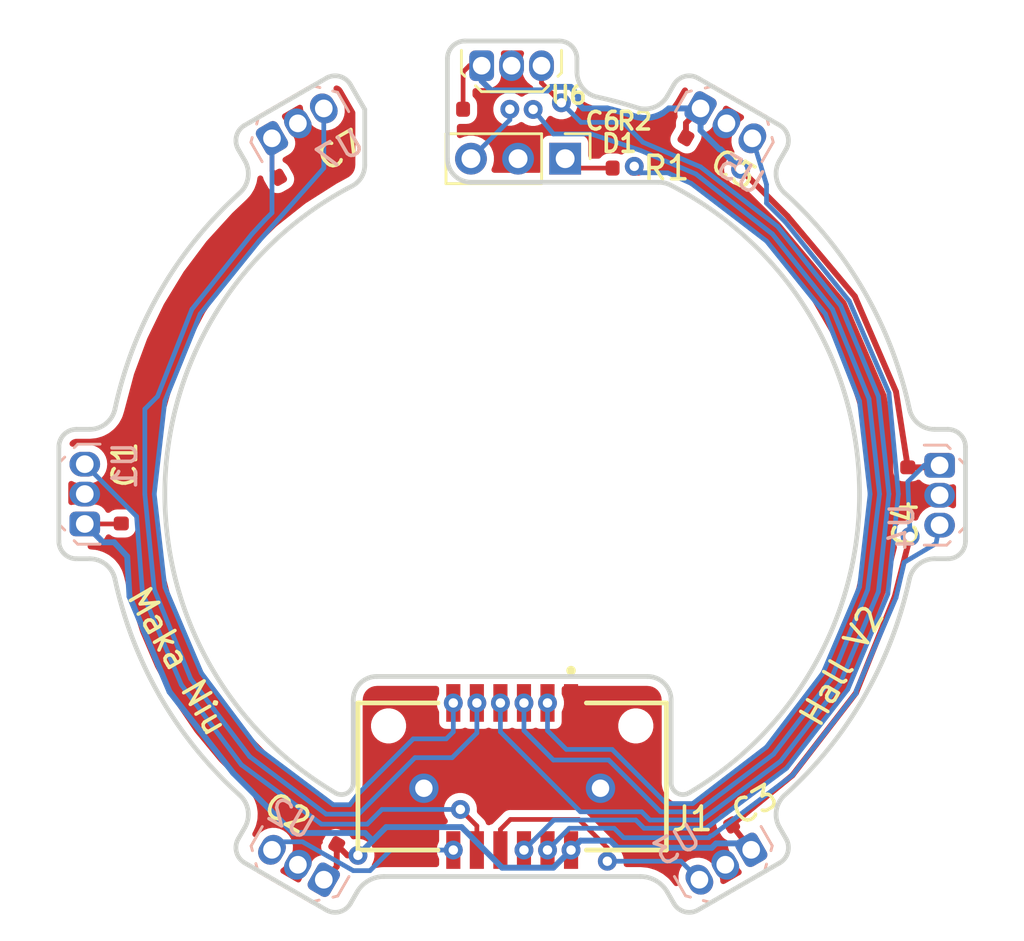
<source format=kicad_pcb>
(kicad_pcb (version 20171130) (host pcbnew "(5.1.6)-1")

  (general
    (thickness 1.6)
    (drawings 80)
    (tracks 290)
    (zones 0)
    (modules 18)
    (nets 15)
  )

  (page USLetter)
  (title_block
    (title "Hall Ring V1")
    (date 2020-07-01)
    (rev 0)
    (company "Open Ocean Initiative MIT")
  )

  (layers
    (0 F.Cu signal)
    (31 B.Cu signal)
    (32 B.Adhes user)
    (33 F.Adhes user)
    (34 B.Paste user)
    (35 F.Paste user)
    (36 B.SilkS user)
    (37 F.SilkS user)
    (38 B.Mask user)
    (39 F.Mask user)
    (40 Dwgs.User user hide)
    (41 Cmts.User user hide)
    (42 Eco1.User user hide)
    (43 Eco2.User user hide)
    (44 Edge.Cuts user)
    (45 Margin user hide)
    (46 B.CrtYd user hide)
    (47 F.CrtYd user hide)
    (48 B.Fab user hide)
    (49 F.Fab user hide)
  )

  (setup
    (last_trace_width 0.2)
    (user_trace_width 0.25)
    (trace_clearance 0.15)
    (zone_clearance 0.3)
    (zone_45_only no)
    (trace_min 0.2)
    (via_size 0.8)
    (via_drill 0.4)
    (via_min_size 0.4)
    (via_min_drill 0.3)
    (uvia_size 0.3)
    (uvia_drill 0.1)
    (uvias_allowed no)
    (uvia_min_size 0.2)
    (uvia_min_drill 0.1)
    (edge_width 0.05)
    (segment_width 0.2)
    (pcb_text_width 0.3)
    (pcb_text_size 1.5 1.5)
    (mod_edge_width 0.12)
    (mod_text_size 1 1)
    (mod_text_width 0.15)
    (pad_size 1.524 1.524)
    (pad_drill 0.762)
    (pad_to_mask_clearance 0.05)
    (aux_axis_origin 0 0)
    (grid_origin 127 129.54)
    (visible_elements 7FFFFFFF)
    (pcbplotparams
      (layerselection 0x010f0_ffffffff)
      (usegerberextensions false)
      (usegerberattributes true)
      (usegerberadvancedattributes true)
      (creategerberjobfile true)
      (excludeedgelayer true)
      (linewidth 0.100000)
      (plotframeref false)
      (viasonmask false)
      (mode 1)
      (useauxorigin false)
      (hpglpennumber 1)
      (hpglpenspeed 20)
      (hpglpendiameter 15.000000)
      (psnegative false)
      (psa4output false)
      (plotreference true)
      (plotvalue true)
      (plotinvisibletext false)
      (padsonsilk false)
      (subtractmaskfromsilk false)
      (outputformat 1)
      (mirror false)
      (drillshape 0)
      (scaleselection 1)
      (outputdirectory "ignore/"))
  )

  (net 0 "")
  (net 1 VCC)
  (net 2 GND)
  (net 3 "Net-(D1-Pad3)")
  (net 4 "Net-(D1-Pad1)")
  (net 5 /hall_5)
  (net 6 /hall_3)
  (net 7 /hall_1)
  (net 8 /hall_button)
  (net 9 /hall_4)
  (net 10 /hall_2)
  (net 11 /batt)
  (net 12 "Net-(J1-Pad03)")
  (net 13 "Net-(J1-Pad05)")
  (net 14 /disable_power)

  (net_class Default "This is the default net class."
    (clearance 0.15)
    (trace_width 0.2)
    (via_dia 0.8)
    (via_drill 0.4)
    (uvia_dia 0.3)
    (uvia_drill 0.1)
    (add_net /batt)
    (add_net /disable_power)
    (add_net /hall_1)
    (add_net /hall_2)
    (add_net /hall_3)
    (add_net /hall_4)
    (add_net /hall_5)
    (add_net /hall_button)
    (add_net GND)
    (add_net "Net-(D1-Pad1)")
    (add_net "Net-(D1-Pad3)")
    (add_net "Net-(J1-Pad03)")
    (add_net "Net-(J1-Pad05)")
    (add_net VCC)
  )

  (module Custom:SAMTEC_T1M-06-X-DV (layer F.Cu) (tedit 629A69B3) (tstamp 629B3D31)
    (at 127 141.54 180)
    (path /629ABB30)
    (fp_text reference J1 (at -7.65 -1.8) (layer F.SilkS)
      (effects (font (size 1 1) (thickness 0.15)))
    )
    (fp_text value T1M-06-X-DV (at 4.68 5.385) (layer F.Fab)
      (effects (font (size 1 1) (thickness 0.15)))
    )
    (fp_circle (center 3.75 -0.5) (end 4.125 -0.5) (layer F.Paste) (width 0.75))
    (fp_circle (center -3.75 -0.5) (end -3.375 -0.5) (layer F.Paste) (width 0.75))
    (fp_circle (center -2.5 4.5) (end -2.4 4.5) (layer F.SilkS) (width 0.2))
    (fp_circle (center -2.5 4.5) (end -2.4 4.5) (layer F.Fab) (width 0.2))
    (fp_line (start 6.8 -4.175) (end -6.8 -4.175) (layer F.CrtYd) (width 0.05))
    (fp_line (start 6.8 4.175) (end 6.8 -4.175) (layer F.CrtYd) (width 0.05))
    (fp_line (start -6.8 4.175) (end 6.8 4.175) (layer F.CrtYd) (width 0.05))
    (fp_line (start -6.8 -4.175) (end -6.8 4.175) (layer F.CrtYd) (width 0.05))
    (fp_line (start 3.15 3.125) (end 6.55 3.125) (layer F.SilkS) (width 0.2))
    (fp_line (start -6.55 3.125) (end -3.15 3.125) (layer F.SilkS) (width 0.2))
    (fp_line (start 3.15 -3.125) (end 6.55 -3.125) (layer F.SilkS) (width 0.2))
    (fp_line (start -6.55 -3.125) (end -3.15 -3.125) (layer F.SilkS) (width 0.2))
    (fp_line (start 6.55 -3.125) (end 6.55 3.125) (layer F.SilkS) (width 0.2))
    (fp_line (start -6.55 3.125) (end -6.55 -3.125) (layer F.SilkS) (width 0.2))
    (fp_line (start -6.55 3.125) (end -6.55 -3.125) (layer F.Fab) (width 0.1))
    (fp_line (start 6.55 3.125) (end -6.55 3.125) (layer F.Fab) (width 0.1))
    (fp_line (start 6.55 -3.125) (end 6.55 3.125) (layer F.Fab) (width 0.1))
    (fp_line (start -6.55 -3.125) (end 6.55 -3.125) (layer F.Fab) (width 0.1))
    (pad 01 smd rect (at -2.5 3.125 180) (size 0.6 1.6) (layers F.Cu F.Paste F.Mask)
      (net 2 GND))
    (pad 02 smd rect (at -2.5 -3.125 180) (size 0.6 1.6) (layers F.Cu F.Paste F.Mask)
      (net 1 VCC))
    (pad 03 smd rect (at -1.5 3.125 180) (size 0.6 1.6) (layers F.Cu F.Paste F.Mask)
      (net 12 "Net-(J1-Pad03)"))
    (pad 04 smd rect (at -1.5 -3.125 180) (size 0.6 1.6) (layers F.Cu F.Paste F.Mask)
      (net 9 /hall_4))
    (pad 05 smd rect (at -0.5 3.125 180) (size 0.6 1.6) (layers F.Cu F.Paste F.Mask)
      (net 13 "Net-(J1-Pad05)"))
    (pad 06 smd rect (at -0.5 -3.125 180) (size 0.6 1.6) (layers F.Cu F.Paste F.Mask)
      (net 5 /hall_5))
    (pad 07 smd rect (at 0.5 3.125 180) (size 0.6 1.6) (layers F.Cu F.Paste F.Mask)
      (net 8 /hall_button))
    (pad 08 smd rect (at 0.5 -3.125 180) (size 0.6 1.6) (layers F.Cu F.Paste F.Mask)
      (net 6 /hall_3))
    (pad 09 smd rect (at 1.5 3.125 180) (size 0.6 1.6) (layers F.Cu F.Paste F.Mask)
      (net 11 /batt))
    (pad 10 smd rect (at 1.5 -3.125 180) (size 0.6 1.6) (layers F.Cu F.Paste F.Mask)
      (net 7 /hall_1))
    (pad 11 smd rect (at 2.5 3.125 180) (size 0.6 1.6) (layers F.Cu F.Paste F.Mask)
      (net 14 /disable_power))
    (pad 12 smd rect (at 2.5 -3.125 180) (size 0.6 1.6) (layers F.Cu F.Paste F.Mask)
      (net 10 /hall_2))
    (pad S1 thru_hole circle (at -3.75 -0.5 180) (size 1.248 1.248) (drill 0.74) (layers *.Cu *.Mask)
      (net 2 GND))
    (pad S2 thru_hole circle (at 3.75 -0.5 180) (size 1.248 1.248) (drill 0.74) (layers *.Cu *.Mask)
      (net 2 GND))
    (pad None np_thru_hole circle (at -5.25 2.15 180) (size 0.89 0.89) (drill 0.89) (layers *.Cu *.Mask))
    (pad None np_thru_hole circle (at 5.25 2.15 180) (size 0.89 0.89) (drill 0.89) (layers *.Cu *.Mask))
  )

  (module Capacitor_SMD:C_0402_1005Metric (layer F.Cu) (tedit 5B301BBE) (tstamp 5EFC24DD)
    (at 125.4 113.19)
    (descr "Capacitor SMD 0402 (1005 Metric), square (rectangular) end terminal, IPC_7351 nominal, (Body size source: http://www.tortai-tech.com/upload/download/2011102023233369053.pdf), generated with kicad-footprint-generator")
    (tags capacitor)
    (path /5F071950)
    (attr smd)
    (fp_text reference C6 (at 5.45 0.5) (layer F.SilkS)
      (effects (font (size 0.75 0.75) (thickness 0.15)))
    )
    (fp_text value 0.1uF (at 0 1.17) (layer F.Fab)
      (effects (font (size 1 1) (thickness 0.15)))
    )
    (fp_line (start 0.93 0.47) (end -0.93 0.47) (layer F.CrtYd) (width 0.05))
    (fp_line (start 0.93 -0.47) (end 0.93 0.47) (layer F.CrtYd) (width 0.05))
    (fp_line (start -0.93 -0.47) (end 0.93 -0.47) (layer F.CrtYd) (width 0.05))
    (fp_line (start -0.93 0.47) (end -0.93 -0.47) (layer F.CrtYd) (width 0.05))
    (fp_line (start 0.5 0.25) (end -0.5 0.25) (layer F.Fab) (width 0.1))
    (fp_line (start 0.5 -0.25) (end 0.5 0.25) (layer F.Fab) (width 0.1))
    (fp_line (start -0.5 -0.25) (end 0.5 -0.25) (layer F.Fab) (width 0.1))
    (fp_line (start -0.5 0.25) (end -0.5 -0.25) (layer F.Fab) (width 0.1))
    (fp_text user %R (at 0 0) (layer F.Fab)
      (effects (font (size 0.25 0.25) (thickness 0.04)))
    )
    (pad 2 smd roundrect (at 0.485 0) (size 0.59 0.64) (layers F.Cu F.Paste F.Mask) (roundrect_rratio 0.25)
      (net 2 GND))
    (pad 1 smd roundrect (at -0.485 0) (size 0.59 0.64) (layers F.Cu F.Paste F.Mask) (roundrect_rratio 0.25)
      (net 1 VCC))
    (model ${KISYS3DMOD}/Capacitor_SMD.3dshapes/C_0402_1005Metric.wrl
      (at (xyz 0 0 0))
      (scale (xyz 1 1 1))
      (rotate (xyz 0 0 0))
    )
  )

  (module Resistor_SMD:R_0402_1005Metric (layer F.Cu) (tedit 5B301BBD) (tstamp 5F96D7A3)
    (at 127.4 113.19 180)
    (descr "Resistor SMD 0402 (1005 Metric), square (rectangular) end terminal, IPC_7351 nominal, (Body size source: http://www.tortai-tech.com/upload/download/2011102023233369053.pdf), generated with kicad-footprint-generator")
    (tags resistor)
    (path /5F0B3E10)
    (attr smd)
    (fp_text reference R2 (at -4.8 -0.5) (layer F.SilkS)
      (effects (font (size 0.75 0.75) (thickness 0.15)))
    )
    (fp_text value 200 (at 0 1.17 180) (layer F.Fab)
      (effects (font (size 1 1) (thickness 0.15)))
    )
    (fp_line (start 0.93 0.47) (end -0.93 0.47) (layer F.CrtYd) (width 0.05))
    (fp_line (start 0.93 -0.47) (end 0.93 0.47) (layer F.CrtYd) (width 0.05))
    (fp_line (start -0.93 -0.47) (end 0.93 -0.47) (layer F.CrtYd) (width 0.05))
    (fp_line (start -0.93 0.47) (end -0.93 -0.47) (layer F.CrtYd) (width 0.05))
    (fp_line (start 0.5 0.25) (end -0.5 0.25) (layer F.Fab) (width 0.1))
    (fp_line (start 0.5 -0.25) (end 0.5 0.25) (layer F.Fab) (width 0.1))
    (fp_line (start -0.5 -0.25) (end 0.5 -0.25) (layer F.Fab) (width 0.1))
    (fp_line (start -0.5 0.25) (end -0.5 -0.25) (layer F.Fab) (width 0.1))
    (fp_text user %R (at 0 0 180) (layer F.Fab)
      (effects (font (size 0.25 0.25) (thickness 0.04)))
    )
    (pad 2 smd roundrect (at 0.485 0 180) (size 0.59 0.64) (layers F.Cu F.Paste F.Mask) (roundrect_rratio 0.25)
      (net 3 "Net-(D1-Pad3)"))
    (pad 1 smd roundrect (at -0.485 0 180) (size 0.59 0.64) (layers F.Cu F.Paste F.Mask) (roundrect_rratio 0.25)
      (net 13 "Net-(J1-Pad05)"))
    (model ${KISYS3DMOD}/Resistor_SMD.3dshapes/R_0402_1005Metric.wrl
      (at (xyz 0 0 0))
      (scale (xyz 1 1 1))
      (rotate (xyz 0 0 0))
    )
  )

  (module Resistor_SMD:R_0402_1005Metric (layer F.Cu) (tedit 5B301BBD) (tstamp 5EFCEA6F)
    (at 131.75 115.69 180)
    (descr "Resistor SMD 0402 (1005 Metric), square (rectangular) end terminal, IPC_7351 nominal, (Body size source: http://www.tortai-tech.com/upload/download/2011102023233369053.pdf), generated with kicad-footprint-generator")
    (tags resistor)
    (path /5F0AD4E7)
    (attr smd)
    (fp_text reference R1 (at -1.8 0) (layer F.SilkS)
      (effects (font (size 1 1) (thickness 0.15)))
    )
    (fp_text value 300 (at 0 1.17) (layer F.Fab)
      (effects (font (size 1 1) (thickness 0.15)))
    )
    (fp_line (start 0.93 0.47) (end -0.93 0.47) (layer F.CrtYd) (width 0.05))
    (fp_line (start 0.93 -0.47) (end 0.93 0.47) (layer F.CrtYd) (width 0.05))
    (fp_line (start -0.93 -0.47) (end 0.93 -0.47) (layer F.CrtYd) (width 0.05))
    (fp_line (start -0.93 0.47) (end -0.93 -0.47) (layer F.CrtYd) (width 0.05))
    (fp_line (start 0.5 0.25) (end -0.5 0.25) (layer F.Fab) (width 0.1))
    (fp_line (start 0.5 -0.25) (end 0.5 0.25) (layer F.Fab) (width 0.1))
    (fp_line (start -0.5 -0.25) (end 0.5 -0.25) (layer F.Fab) (width 0.1))
    (fp_line (start -0.5 0.25) (end -0.5 -0.25) (layer F.Fab) (width 0.1))
    (fp_text user %R (at 0 0) (layer F.Fab)
      (effects (font (size 0.25 0.25) (thickness 0.04)))
    )
    (pad 2 smd roundrect (at 0.485 0 180) (size 0.59 0.64) (layers F.Cu F.Paste F.Mask) (roundrect_rratio 0.25)
      (net 4 "Net-(D1-Pad1)"))
    (pad 1 smd roundrect (at -0.485 0 180) (size 0.59 0.64) (layers F.Cu F.Paste F.Mask) (roundrect_rratio 0.25)
      (net 12 "Net-(J1-Pad03)"))
    (model ${KISYS3DMOD}/Resistor_SMD.3dshapes/R_0402_1005Metric.wrl
      (at (xyz 0 0 0))
      (scale (xyz 1 1 1))
      (rotate (xyz 0 0 0))
    )
  )

  (module Capacitor_SMD:C_0402_1005Metric (layer F.Cu) (tedit 5B301BBE) (tstamp 5EFC23FF)
    (at 117.5 115.84 30)
    (descr "Capacitor SMD 0402 (1005 Metric), square (rectangular) end terminal, IPC_7351 nominal, (Body size source: http://www.tortai-tech.com/upload/download/2011102023233369053.pdf), generated with kicad-footprint-generator")
    (tags capacitor)
    (path /5F07B9FE)
    (attr smd)
    (fp_text reference C7 (at 2.355256 0.320577 30) (layer F.SilkS)
      (effects (font (size 1 1) (thickness 0.15)))
    )
    (fp_text value 0.1uF (at 0 1.17 30) (layer F.Fab)
      (effects (font (size 1 1) (thickness 0.15)))
    )
    (fp_line (start 0.93 0.47) (end -0.93 0.47) (layer F.CrtYd) (width 0.05))
    (fp_line (start 0.93 -0.47) (end 0.93 0.47) (layer F.CrtYd) (width 0.05))
    (fp_line (start -0.93 -0.47) (end 0.93 -0.47) (layer F.CrtYd) (width 0.05))
    (fp_line (start -0.93 0.47) (end -0.93 -0.47) (layer F.CrtYd) (width 0.05))
    (fp_line (start 0.5 0.25) (end -0.5 0.25) (layer F.Fab) (width 0.1))
    (fp_line (start 0.5 -0.25) (end 0.5 0.25) (layer F.Fab) (width 0.1))
    (fp_line (start -0.5 -0.25) (end 0.5 -0.25) (layer F.Fab) (width 0.1))
    (fp_line (start -0.5 0.25) (end -0.5 -0.25) (layer F.Fab) (width 0.1))
    (fp_text user %R (at 0 0 30) (layer F.Fab)
      (effects (font (size 0.25 0.25) (thickness 0.04)))
    )
    (pad 2 smd roundrect (at 0.485 0 30) (size 0.59 0.64) (layers F.Cu F.Paste F.Mask) (roundrect_rratio 0.25)
      (net 2 GND))
    (pad 1 smd roundrect (at -0.485 0 30) (size 0.59 0.64) (layers F.Cu F.Paste F.Mask) (roundrect_rratio 0.25)
      (net 11 /batt))
    (model ${KISYS3DMOD}/Capacitor_SMD.3dshapes/C_0402_1005Metric.wrl
      (at (xyz 0 0 0))
      (scale (xyz 1 1 1))
      (rotate (xyz 0 0 0))
    )
  )

  (module Capacitor_SMD:C_0402_1005Metric (layer F.Cu) (tedit 5B301BBE) (tstamp 5EFAAEEB)
    (at 134.8 114.64 330)
    (descr "Capacitor SMD 0402 (1005 Metric), square (rectangular) end terminal, IPC_7351 nominal, (Body size source: http://www.tortai-tech.com/upload/download/2011102023233369053.pdf), generated with kicad-footprint-generator")
    (tags capacitor)
    (path /5F0713B5)
    (attr smd)
    (fp_text reference C5 (at 1.935641 0.152628 150) (layer F.SilkS)
      (effects (font (size 1 1) (thickness 0.15)))
    )
    (fp_text value 0.1uF (at 0 1.17 150) (layer F.Fab)
      (effects (font (size 1 1) (thickness 0.15)))
    )
    (fp_line (start 0.93 0.47) (end -0.93 0.47) (layer F.CrtYd) (width 0.05))
    (fp_line (start 0.93 -0.47) (end 0.93 0.47) (layer F.CrtYd) (width 0.05))
    (fp_line (start -0.93 -0.47) (end 0.93 -0.47) (layer F.CrtYd) (width 0.05))
    (fp_line (start -0.93 0.47) (end -0.93 -0.47) (layer F.CrtYd) (width 0.05))
    (fp_line (start 0.5 0.25) (end -0.5 0.25) (layer F.Fab) (width 0.1))
    (fp_line (start 0.5 -0.25) (end 0.5 0.25) (layer F.Fab) (width 0.1))
    (fp_line (start -0.5 -0.25) (end 0.5 -0.25) (layer F.Fab) (width 0.1))
    (fp_line (start -0.5 0.25) (end -0.5 -0.25) (layer F.Fab) (width 0.1))
    (fp_text user %R (at 0 0 150) (layer F.Fab)
      (effects (font (size 0.25 0.25) (thickness 0.04)))
    )
    (pad 2 smd roundrect (at 0.485 0 330) (size 0.59 0.64) (layers F.Cu F.Paste F.Mask) (roundrect_rratio 0.25)
      (net 2 GND))
    (pad 1 smd roundrect (at -0.485 0 330) (size 0.59 0.64) (layers F.Cu F.Paste F.Mask) (roundrect_rratio 0.25)
      (net 1 VCC))
    (model ${KISYS3DMOD}/Capacitor_SMD.3dshapes/C_0402_1005Metric.wrl
      (at (xyz 0 0 0))
      (scale (xyz 1 1 1))
      (rotate (xyz 0 0 0))
    )
  )

  (module Capacitor_SMD:C_0402_1005Metric (layer F.Cu) (tedit 5B301BBE) (tstamp 5EFADA5A)
    (at 143.8 128.89 270)
    (descr "Capacitor SMD 0402 (1005 Metric), square (rectangular) end terminal, IPC_7351 nominal, (Body size source: http://www.tortai-tech.com/upload/download/2011102023233369053.pdf), generated with kicad-footprint-generator")
    (tags capacitor)
    (path /5F070EED)
    (attr smd)
    (fp_text reference C4 (at 1.9 0.1 90) (layer F.SilkS)
      (effects (font (size 1 1) (thickness 0.15)))
    )
    (fp_text value 0.1uF (at 0 1.17 90) (layer F.Fab)
      (effects (font (size 1 1) (thickness 0.15)))
    )
    (fp_line (start 0.93 0.47) (end -0.93 0.47) (layer F.CrtYd) (width 0.05))
    (fp_line (start 0.93 -0.47) (end 0.93 0.47) (layer F.CrtYd) (width 0.05))
    (fp_line (start -0.93 -0.47) (end 0.93 -0.47) (layer F.CrtYd) (width 0.05))
    (fp_line (start -0.93 0.47) (end -0.93 -0.47) (layer F.CrtYd) (width 0.05))
    (fp_line (start 0.5 0.25) (end -0.5 0.25) (layer F.Fab) (width 0.1))
    (fp_line (start 0.5 -0.25) (end 0.5 0.25) (layer F.Fab) (width 0.1))
    (fp_line (start -0.5 -0.25) (end 0.5 -0.25) (layer F.Fab) (width 0.1))
    (fp_line (start -0.5 0.25) (end -0.5 -0.25) (layer F.Fab) (width 0.1))
    (fp_text user %R (at 0 0 90) (layer F.Fab)
      (effects (font (size 0.25 0.25) (thickness 0.04)))
    )
    (pad 2 smd roundrect (at 0.485 0 270) (size 0.59 0.64) (layers F.Cu F.Paste F.Mask) (roundrect_rratio 0.25)
      (net 2 GND))
    (pad 1 smd roundrect (at -0.485 0 270) (size 0.59 0.64) (layers F.Cu F.Paste F.Mask) (roundrect_rratio 0.25)
      (net 1 VCC))
    (model ${KISYS3DMOD}/Capacitor_SMD.3dshapes/C_0402_1005Metric.wrl
      (at (xyz 0 0 0))
      (scale (xyz 1 1 1))
      (rotate (xyz 0 0 0))
    )
  )

  (module Capacitor_SMD:C_0402_1005Metric (layer F.Cu) (tedit 5B301BBE) (tstamp 5EFBC852)
    (at 135.9 143.84 210)
    (descr "Capacitor SMD 0402 (1005 Metric), square (rectangular) end terminal, IPC_7351 nominal, (Body size source: http://www.tortai-tech.com/upload/download/2011102023233369053.pdf), generated with kicad-footprint-generator")
    (tags capacitor)
    (path /5F0709BD)
    (attr smd)
    (fp_text reference C3 (at -1.762436 0.252628 30) (layer F.SilkS)
      (effects (font (size 1 1) (thickness 0.15)))
    )
    (fp_text value 0.1uF (at 0 1.17 30) (layer F.Fab)
      (effects (font (size 1 1) (thickness 0.15)))
    )
    (fp_line (start 0.93 0.47) (end -0.93 0.47) (layer F.CrtYd) (width 0.05))
    (fp_line (start 0.93 -0.47) (end 0.93 0.47) (layer F.CrtYd) (width 0.05))
    (fp_line (start -0.93 -0.47) (end 0.93 -0.47) (layer F.CrtYd) (width 0.05))
    (fp_line (start -0.93 0.47) (end -0.93 -0.47) (layer F.CrtYd) (width 0.05))
    (fp_line (start 0.5 0.25) (end -0.5 0.25) (layer F.Fab) (width 0.1))
    (fp_line (start 0.5 -0.25) (end 0.5 0.25) (layer F.Fab) (width 0.1))
    (fp_line (start -0.5 -0.25) (end 0.5 -0.25) (layer F.Fab) (width 0.1))
    (fp_line (start -0.5 0.25) (end -0.5 -0.25) (layer F.Fab) (width 0.1))
    (fp_text user %R (at 0 0 30) (layer F.Fab)
      (effects (font (size 0.25 0.25) (thickness 0.04)))
    )
    (pad 2 smd roundrect (at 0.485 0 210) (size 0.59 0.64) (layers F.Cu F.Paste F.Mask) (roundrect_rratio 0.25)
      (net 2 GND))
    (pad 1 smd roundrect (at -0.485 0 210) (size 0.59 0.64) (layers F.Cu F.Paste F.Mask) (roundrect_rratio 0.25)
      (net 1 VCC))
    (model ${KISYS3DMOD}/Capacitor_SMD.3dshapes/C_0402_1005Metric.wrl
      (at (xyz 0 0 0))
      (scale (xyz 1 1 1))
      (rotate (xyz 0 0 0))
    )
  )

  (module Capacitor_SMD:C_0402_1005Metric (layer F.Cu) (tedit 5B301BBE) (tstamp 5EFDB3D6)
    (at 119.129978 144.1975 150)
    (descr "Capacitor SMD 0402 (1005 Metric), square (rectangular) end terminal, IPC_7351 nominal, (Body size source: http://www.tortai-tech.com/upload/download/2011102023233369053.pdf), generated with kicad-footprint-generator")
    (tags capacitor)
    (path /5F06ECCC)
    (attr smd)
    (fp_text reference C2 (at 2.008654 0.119134 150) (layer F.SilkS)
      (effects (font (size 1 1) (thickness 0.15)))
    )
    (fp_text value 0.1uF (at 0 1.17 150) (layer F.Fab)
      (effects (font (size 1 1) (thickness 0.15)))
    )
    (fp_line (start 0.93 0.47) (end -0.93 0.47) (layer F.CrtYd) (width 0.05))
    (fp_line (start 0.93 -0.47) (end 0.93 0.47) (layer F.CrtYd) (width 0.05))
    (fp_line (start -0.93 -0.47) (end 0.93 -0.47) (layer F.CrtYd) (width 0.05))
    (fp_line (start -0.93 0.47) (end -0.93 -0.47) (layer F.CrtYd) (width 0.05))
    (fp_line (start 0.5 0.25) (end -0.5 0.25) (layer F.Fab) (width 0.1))
    (fp_line (start 0.5 -0.25) (end 0.5 0.25) (layer F.Fab) (width 0.1))
    (fp_line (start -0.5 -0.25) (end 0.5 -0.25) (layer F.Fab) (width 0.1))
    (fp_line (start -0.5 0.25) (end -0.5 -0.25) (layer F.Fab) (width 0.1))
    (fp_text user %R (at 0 0 150) (layer F.Fab)
      (effects (font (size 0.25 0.25) (thickness 0.04)))
    )
    (pad 2 smd roundrect (at 0.485 0 150) (size 0.59 0.64) (layers F.Cu F.Paste F.Mask) (roundrect_rratio 0.25)
      (net 2 GND))
    (pad 1 smd roundrect (at -0.485 0 150) (size 0.59 0.64) (layers F.Cu F.Paste F.Mask) (roundrect_rratio 0.25)
      (net 1 VCC))
    (model ${KISYS3DMOD}/Capacitor_SMD.3dshapes/C_0402_1005Metric.wrl
      (at (xyz 0 0 0))
      (scale (xyz 1 1 1))
      (rotate (xyz 0 0 0))
    )
  )

  (module Capacitor_SMD:C_0402_1005Metric (layer F.Cu) (tedit 5B301BBE) (tstamp 5EFC425C)
    (at 110.4 130.305 90)
    (descr "Capacitor SMD 0402 (1005 Metric), square (rectangular) end terminal, IPC_7351 nominal, (Body size source: http://www.tortai-tech.com/upload/download/2011102023233369053.pdf), generated with kicad-footprint-generator")
    (tags capacitor)
    (path /5F06AD82)
    (attr smd)
    (fp_text reference C1 (at 2.015 0.15 90) (layer F.SilkS)
      (effects (font (size 1 1) (thickness 0.15)))
    )
    (fp_text value 0.1uF (at 0 1.17 90) (layer F.Fab)
      (effects (font (size 1 1) (thickness 0.15)))
    )
    (fp_line (start 0.93 0.47) (end -0.93 0.47) (layer F.CrtYd) (width 0.05))
    (fp_line (start 0.93 -0.47) (end 0.93 0.47) (layer F.CrtYd) (width 0.05))
    (fp_line (start -0.93 -0.47) (end 0.93 -0.47) (layer F.CrtYd) (width 0.05))
    (fp_line (start -0.93 0.47) (end -0.93 -0.47) (layer F.CrtYd) (width 0.05))
    (fp_line (start 0.5 0.25) (end -0.5 0.25) (layer F.Fab) (width 0.1))
    (fp_line (start 0.5 -0.25) (end 0.5 0.25) (layer F.Fab) (width 0.1))
    (fp_line (start -0.5 -0.25) (end 0.5 -0.25) (layer F.Fab) (width 0.1))
    (fp_line (start -0.5 0.25) (end -0.5 -0.25) (layer F.Fab) (width 0.1))
    (fp_text user %R (at 0 0 90) (layer F.Fab)
      (effects (font (size 0.25 0.25) (thickness 0.04)))
    )
    (pad 2 smd roundrect (at 0.485 0 90) (size 0.59 0.64) (layers F.Cu F.Paste F.Mask) (roundrect_rratio 0.25)
      (net 2 GND))
    (pad 1 smd roundrect (at -0.485 0 90) (size 0.59 0.64) (layers F.Cu F.Paste F.Mask) (roundrect_rratio 0.25)
      (net 1 VCC))
    (model ${KISYS3DMOD}/Capacitor_SMD.3dshapes/C_0402_1005Metric.wrl
      (at (xyz 0 0 0))
      (scale (xyz 1 1 1))
      (rotate (xyz 0 0 0))
    )
  )

  (module Package_TO_SOT_THT:TO-92Flat (layer B.Cu) (tedit 5C2D433B) (tstamp 5EFAAF64)
    (at 118.999852 145.925 150)
    (descr "TO-92Flat package, often used for hall sensors, drill 0.75mm (see e.g. http://www.ti.com/lit/ds/symlink/drv5023.pdf)")
    (tags "to-92Flat hall sensor")
    (path /5F065A9F)
    (fp_text reference U2 (at 2.504807 1.53875 330) (layer B.SilkS)
      (effects (font (size 1 1) (thickness 0.15)) (justify mirror))
    )
    (fp_text value DRV5053_LPG (at 1.25 -1.7 330) (layer B.Fab)
      (effects (font (size 1 1) (thickness 0.17)) (justify mirror))
    )
    (fp_line (start 0.03 -0.9775) (end -0.73 -0.2175) (layer B.Fab) (width 0.1))
    (fp_line (start 2.51 -0.9775) (end 0.03 -0.9775) (layer B.Fab) (width 0.1))
    (fp_line (start 3.27 -0.2175) (end 2.51 -0.9775) (layer B.Fab) (width 0.1))
    (fp_line (start 3.27 0.5425) (end 3.27 -0.2175) (layer B.Fab) (width 0.1))
    (fp_line (start 3.27 0.5425) (end -0.73 0.5425) (layer B.Fab) (width 0.1))
    (fp_line (start -0.73 0.5425) (end -0.73 -0.2175) (layer B.Fab) (width 0.1))
    (fp_line (start 2.51 -0.9775) (end 0.03 -0.9775) (layer B.Fab) (width 0.1))
    (fp_line (start 3.39 0.65) (end 3.39 -0.3) (layer B.SilkS) (width 0.12))
    (fp_line (start -0.86 -0.3) (end -0.86 0.65) (layer B.SilkS) (width 0.12))
    (fp_line (start -0.98 0.9) (end 3.52 0.9) (layer B.CrtYd) (width 0.05))
    (fp_line (start 3.52 0.9) (end 3.52 -0.33) (layer B.CrtYd) (width 0.05))
    (fp_line (start 2.62 -1.23) (end -0.14 -1.23) (layer B.CrtYd) (width 0.05))
    (fp_line (start -0.14 -1.23) (end -0.98 -0.39) (layer B.CrtYd) (width 0.05))
    (fp_line (start -0.98 -0.39) (end -0.98 0.9) (layer B.CrtYd) (width 0.05))
    (fp_line (start 3.52 -0.33) (end 2.62 -1.23) (layer B.CrtYd) (width 0.05))
    (fp_line (start -0.01 -1.1) (end 2.59 -1.1) (layer B.SilkS) (width 0.12))
    (fp_line (start 2.59 -1.1) (end 2.84 -0.85) (layer B.SilkS) (width 0.12))
    (fp_line (start 3.24 -0.45) (end 3.39 -0.3) (layer B.SilkS) (width 0.12))
    (fp_line (start -0.01 -1.1) (end -0.26 -0.85) (layer B.SilkS) (width 0.12))
    (fp_line (start -0.71 -0.45) (end -0.86 -0.3) (layer B.SilkS) (width 0.12))
    (fp_text user %R (at 1.27 -0.2 330) (layer B.Fab)
      (effects (font (size 0.7 0.7) (thickness 0.13)) (justify mirror))
    )
    (pad 2 thru_hole oval (at 1.27 0 150) (size 1.05 1.3) (drill 0.75) (layers *.Cu *.Mask)
      (net 2 GND))
    (pad 3 thru_hole oval (at 2.54 0 150) (size 1.05 1.3) (drill 0.75) (layers *.Cu *.Mask)
      (net 10 /hall_2))
    (pad 1 thru_hole roundrect (at 0 0 150) (size 1.05 1.3) (drill 0.75) (layers *.Cu *.Mask) (roundrect_rratio 0.238)
      (net 1 VCC))
    (model ${KISYS3DMOD}/Package_TO_SOT_THT.3dshapes/TO-92Flat.wrl
      (at (xyz 0 0 0))
      (scale (xyz 1 1 1))
      (rotate (xyz 0 0 0))
    )
  )

  (module Package_TO_SOT_THT:TO-92Flat (layer B.Cu) (tedit 5C2D433B) (tstamp 629B3B8E)
    (at 137.149852 144.655 210)
    (descr "TO-92Flat package, often used for hall sensors, drill 0.75mm (see e.g. http://www.ti.com/lit/ds/symlink/drv5023.pdf)")
    (tags "to-92Flat hall sensor")
    (path /5F033524)
    (fp_text reference U3 (at 2.620352 1.761121 210) (layer B.SilkS)
      (effects (font (size 1 1) (thickness 0.15)) (justify mirror))
    )
    (fp_text value DRV5053_LPG (at 1.25 -1.7 210) (layer B.Fab)
      (effects (font (size 1 1) (thickness 0.17)) (justify mirror))
    )
    (fp_line (start 0.03 -0.9775) (end -0.73 -0.2175) (layer B.Fab) (width 0.1))
    (fp_line (start 2.51 -0.9775) (end 0.03 -0.9775) (layer B.Fab) (width 0.1))
    (fp_line (start 3.27 -0.2175) (end 2.51 -0.9775) (layer B.Fab) (width 0.1))
    (fp_line (start 3.27 0.5425) (end 3.27 -0.2175) (layer B.Fab) (width 0.1))
    (fp_line (start 3.27 0.5425) (end -0.73 0.5425) (layer B.Fab) (width 0.1))
    (fp_line (start -0.73 0.5425) (end -0.73 -0.2175) (layer B.Fab) (width 0.1))
    (fp_line (start 2.51 -0.9775) (end 0.03 -0.9775) (layer B.Fab) (width 0.1))
    (fp_line (start 3.39 0.65) (end 3.39 -0.3) (layer B.SilkS) (width 0.12))
    (fp_line (start -0.86 -0.3) (end -0.86 0.65) (layer B.SilkS) (width 0.12))
    (fp_line (start -0.98 0.9) (end 3.52 0.9) (layer B.CrtYd) (width 0.05))
    (fp_line (start 3.52 0.9) (end 3.52 -0.33) (layer B.CrtYd) (width 0.05))
    (fp_line (start 2.62 -1.23) (end -0.14 -1.23) (layer B.CrtYd) (width 0.05))
    (fp_line (start -0.14 -1.23) (end -0.98 -0.39) (layer B.CrtYd) (width 0.05))
    (fp_line (start -0.98 -0.39) (end -0.98 0.9) (layer B.CrtYd) (width 0.05))
    (fp_line (start 3.52 -0.33) (end 2.62 -1.23) (layer B.CrtYd) (width 0.05))
    (fp_line (start -0.01 -1.1) (end 2.59 -1.1) (layer B.SilkS) (width 0.12))
    (fp_line (start 2.59 -1.1) (end 2.84 -0.85) (layer B.SilkS) (width 0.12))
    (fp_line (start 3.24 -0.45) (end 3.39 -0.3) (layer B.SilkS) (width 0.12))
    (fp_line (start -0.01 -1.1) (end -0.26 -0.85) (layer B.SilkS) (width 0.12))
    (fp_line (start -0.71 -0.45) (end -0.86 -0.3) (layer B.SilkS) (width 0.12))
    (fp_text user %R (at 1.27 -0.2 120) (layer B.Fab)
      (effects (font (size 0.7 0.7) (thickness 0.13)) (justify mirror))
    )
    (pad 2 thru_hole oval (at 1.27 0 210) (size 1.05 1.3) (drill 0.75) (layers *.Cu *.Mask)
      (net 2 GND))
    (pad 3 thru_hole oval (at 2.54 0 210) (size 1.05 1.3) (drill 0.75) (layers *.Cu *.Mask)
      (net 6 /hall_3))
    (pad 1 thru_hole roundrect (at 0 0 210) (size 1.05 1.3) (drill 0.75) (layers *.Cu *.Mask) (roundrect_rratio 0.238)
      (net 1 VCC))
    (model ${KISYS3DMOD}/Package_TO_SOT_THT.3dshapes/TO-92Flat.wrl
      (at (xyz 0 0 0))
      (scale (xyz 1 1 1))
      (rotate (xyz 0 0 0))
    )
  )

  (module Package_TO_SOT_THT:TO-92Flat (layer F.Cu) (tedit 5C2D433B) (tstamp 5EFDB271)
    (at 125.7046 111.34)
    (descr "TO-92Flat package, often used for hall sensors, drill 0.75mm (see e.g. http://www.ti.com/lit/ds/symlink/drv5023.pdf)")
    (tags "to-92Flat hall sensor")
    (path /5F0383D1)
    (fp_text reference U6 (at 3.6954 1.25 180) (layer F.SilkS)
      (effects (font (size 0.75 0.75) (thickness 0.15)))
    )
    (fp_text value DRV5053_LPG (at 1.25 1.7 180) (layer F.Fab)
      (effects (font (size 1 1) (thickness 0.17)))
    )
    (fp_line (start 0.03 0.9775) (end -0.73 0.2175) (layer F.Fab) (width 0.1))
    (fp_line (start 2.51 0.9775) (end 0.03 0.9775) (layer F.Fab) (width 0.1))
    (fp_line (start 3.27 0.2175) (end 2.51 0.9775) (layer F.Fab) (width 0.1))
    (fp_line (start 3.27 -0.5425) (end 3.27 0.2175) (layer F.Fab) (width 0.1))
    (fp_line (start 3.27 -0.5425) (end -0.73 -0.5425) (layer F.Fab) (width 0.1))
    (fp_line (start -0.73 -0.5425) (end -0.73 0.2175) (layer F.Fab) (width 0.1))
    (fp_line (start 2.51 0.9775) (end 0.03 0.9775) (layer F.Fab) (width 0.1))
    (fp_line (start 3.39 -0.65) (end 3.39 0.3) (layer F.SilkS) (width 0.12))
    (fp_line (start -0.86 0.3) (end -0.86 -0.65) (layer F.SilkS) (width 0.12))
    (fp_line (start -0.98 -0.9) (end 3.52 -0.9) (layer F.CrtYd) (width 0.05))
    (fp_line (start 3.52 -0.9) (end 3.52 0.33) (layer F.CrtYd) (width 0.05))
    (fp_line (start 2.62 1.23) (end -0.14 1.23) (layer F.CrtYd) (width 0.05))
    (fp_line (start -0.14 1.23) (end -0.98 0.39) (layer F.CrtYd) (width 0.05))
    (fp_line (start -0.98 0.39) (end -0.98 -0.9) (layer F.CrtYd) (width 0.05))
    (fp_line (start 3.52 0.33) (end 2.62 1.23) (layer F.CrtYd) (width 0.05))
    (fp_line (start -0.01 1.1) (end 2.59 1.1) (layer F.SilkS) (width 0.12))
    (fp_line (start 2.59 1.1) (end 2.84 0.85) (layer F.SilkS) (width 0.12))
    (fp_line (start 3.24 0.45) (end 3.39 0.3) (layer F.SilkS) (width 0.12))
    (fp_line (start -0.01 1.1) (end -0.26 0.85) (layer F.SilkS) (width 0.12))
    (fp_line (start -0.71 0.45) (end -0.86 0.3) (layer F.SilkS) (width 0.12))
    (fp_text user %R (at 1.27 0.2 180) (layer F.Fab)
      (effects (font (size 0.7 0.7) (thickness 0.13)))
    )
    (pad 2 thru_hole oval (at 1.27 0) (size 1.05 1.3) (drill 0.75) (layers *.Cu *.Mask)
      (net 2 GND))
    (pad 3 thru_hole oval (at 2.54 0) (size 1.05 1.3) (drill 0.75) (layers *.Cu *.Mask)
      (net 8 /hall_button))
    (pad 1 thru_hole roundrect (at 0 0) (size 1.05 1.3) (drill 0.75) (layers *.Cu *.Mask) (roundrect_rratio 0.238)
      (net 1 VCC))
    (model ${KISYS3DMOD}/Package_TO_SOT_THT.3dshapes/TO-92Flat.wrl
      (at (xyz 0 0 0))
      (scale (xyz 1 1 1))
      (rotate (xyz 0 0 0))
    )
  )

  (module Connector_PinHeader_2.00mm:PinHeader_1x03_P2.00mm_Vertical (layer F.Cu) (tedit 59FED667) (tstamp 5EFCE8D6)
    (at 129.25 115.29 270)
    (descr "Through hole straight pin header, 1x03, 2.00mm pitch, single row")
    (tags "Through hole pin header THT 1x03 2.00mm single row")
    (path /5F0AA8C7)
    (fp_text reference D1 (at -0.65 -2.3) (layer F.SilkS)
      (effects (font (size 0.75 0.75) (thickness 0.15)))
    )
    (fp_text value LED_RG (at 0 6.06 270) (layer F.Fab)
      (effects (font (size 1 1) (thickness 0.15)))
    )
    (fp_line (start -0.5 -1) (end 1 -1) (layer F.Fab) (width 0.1))
    (fp_line (start 1 -1) (end 1 5) (layer F.Fab) (width 0.1))
    (fp_line (start 1 5) (end -1 5) (layer F.Fab) (width 0.1))
    (fp_line (start -1 5) (end -1 -0.5) (layer F.Fab) (width 0.1))
    (fp_line (start -1 -0.5) (end -0.5 -1) (layer F.Fab) (width 0.1))
    (fp_line (start -1.06 5.06) (end 1.06 5.06) (layer F.SilkS) (width 0.12))
    (fp_line (start -1.06 1) (end -1.06 5.06) (layer F.SilkS) (width 0.12))
    (fp_line (start 1.06 1) (end 1.06 5.06) (layer F.SilkS) (width 0.12))
    (fp_line (start -1.06 1) (end 1.06 1) (layer F.SilkS) (width 0.12))
    (fp_line (start -1.06 0) (end -1.06 -1.06) (layer F.SilkS) (width 0.12))
    (fp_line (start -1.06 -1.06) (end 0 -1.06) (layer F.SilkS) (width 0.12))
    (fp_line (start -1.5 -1.5) (end -1.5 5.5) (layer F.CrtYd) (width 0.05))
    (fp_line (start -1.5 5.5) (end 1.5 5.5) (layer F.CrtYd) (width 0.05))
    (fp_line (start 1.5 5.5) (end 1.5 -1.5) (layer F.CrtYd) (width 0.05))
    (fp_line (start 1.5 -1.5) (end -1.5 -1.5) (layer F.CrtYd) (width 0.05))
    (fp_text user %R (at 0 2 180) (layer F.Fab)
      (effects (font (size 1 1) (thickness 0.15)))
    )
    (pad 1 thru_hole rect (at 0 0 270) (size 1.35 1.35) (drill 0.8) (layers *.Cu *.Mask)
      (net 4 "Net-(D1-Pad1)"))
    (pad 2 thru_hole oval (at 0 2 270) (size 1.35 1.35) (drill 0.8) (layers *.Cu *.Mask)
      (net 2 GND))
    (pad 3 thru_hole oval (at 0 4 270) (size 1.35 1.35) (drill 0.8) (layers *.Cu *.Mask)
      (net 3 "Net-(D1-Pad3)"))
    (model ${KISYS3DMOD}/Connector_PinHeader_2.00mm.3dshapes/PinHeader_1x03_P2.00mm_Vertical.wrl
      (at (xyz 0 0 0))
      (scale (xyz 1 1 1))
      (rotate (xyz 0 0 0))
    )
  )

  (module Package_TO_SOT_THT:TO-92Flat (layer B.Cu) (tedit 5C2D433B) (tstamp 5F96DC8E)
    (at 116.800148 114.425 30)
    (descr "TO-92Flat package, often used for hall sensors, drill 0.75mm (see e.g. http://www.ti.com/lit/ds/symlink/drv5023.pdf)")
    (tags "to-92Flat hall sensor")
    (path /5F07B9E2)
    (fp_text reference U7 (at 2.253845 1.895929 210) (layer B.SilkS)
      (effects (font (size 1 1) (thickness 0.15)) (justify mirror))
    )
    (fp_text value DRV5053_LPG (at 1.25 -1.7 210) (layer B.Fab)
      (effects (font (size 1 1) (thickness 0.17)) (justify mirror))
    )
    (fp_line (start -0.71 -0.45) (end -0.86 -0.3) (layer B.SilkS) (width 0.12))
    (fp_line (start -0.01 -1.1) (end -0.26 -0.85) (layer B.SilkS) (width 0.12))
    (fp_line (start 3.24 -0.45) (end 3.39 -0.3) (layer B.SilkS) (width 0.12))
    (fp_line (start 2.59 -1.1) (end 2.84 -0.85) (layer B.SilkS) (width 0.12))
    (fp_line (start -0.01 -1.1) (end 2.59 -1.1) (layer B.SilkS) (width 0.12))
    (fp_line (start 3.52 -0.33) (end 2.62 -1.23) (layer B.CrtYd) (width 0.05))
    (fp_line (start -0.98 -0.39) (end -0.98 0.9) (layer B.CrtYd) (width 0.05))
    (fp_line (start -0.14 -1.23) (end -0.98 -0.39) (layer B.CrtYd) (width 0.05))
    (fp_line (start 2.62 -1.23) (end -0.14 -1.23) (layer B.CrtYd) (width 0.05))
    (fp_line (start 3.52 0.9) (end 3.52 -0.33) (layer B.CrtYd) (width 0.05))
    (fp_line (start -0.98 0.9) (end 3.52 0.9) (layer B.CrtYd) (width 0.05))
    (fp_line (start -0.86 -0.3) (end -0.86 0.65) (layer B.SilkS) (width 0.12))
    (fp_line (start 3.39 0.65) (end 3.39 -0.3) (layer B.SilkS) (width 0.12))
    (fp_line (start 2.51 -0.9775) (end 0.03 -0.9775) (layer B.Fab) (width 0.1))
    (fp_line (start -0.73 0.5425) (end -0.73 -0.2175) (layer B.Fab) (width 0.1))
    (fp_line (start 3.27 0.5425) (end -0.73 0.5425) (layer B.Fab) (width 0.1))
    (fp_line (start 3.27 0.5425) (end 3.27 -0.2175) (layer B.Fab) (width 0.1))
    (fp_line (start 3.27 -0.2175) (end 2.51 -0.9775) (layer B.Fab) (width 0.1))
    (fp_line (start 2.51 -0.9775) (end 0.03 -0.9775) (layer B.Fab) (width 0.1))
    (fp_line (start 0.03 -0.9775) (end -0.73 -0.2175) (layer B.Fab) (width 0.1))
    (fp_text user %R (at 1.27 -0.2 210) (layer B.Fab)
      (effects (font (size 0.7 0.7) (thickness 0.13)) (justify mirror))
    )
    (pad 1 thru_hole roundrect (at 0 0 30) (size 1.05 1.3) (drill 0.75) (layers *.Cu *.Mask) (roundrect_rratio 0.238)
      (net 11 /batt))
    (pad 3 thru_hole oval (at 2.54 0 30) (size 1.05 1.3) (drill 0.75) (layers *.Cu *.Mask)
      (net 14 /disable_power))
    (pad 2 thru_hole oval (at 1.27 0 30) (size 1.05 1.3) (drill 0.75) (layers *.Cu *.Mask)
      (net 2 GND))
    (model ${KISYS3DMOD}/Package_TO_SOT_THT.3dshapes/TO-92Flat.wrl
      (at (xyz 0 0 0))
      (scale (xyz 1 1 1))
      (rotate (xyz 0 0 0))
    )
  )

  (module Package_TO_SOT_THT:TO-92Flat (layer B.Cu) (tedit 5C2D433B) (tstamp 5F96D732)
    (at 135.000148 113.155 330)
    (descr "TO-92Flat package, often used for hall sensors, drill 0.75mm (see e.g. http://www.ti.com/lit/ds/symlink/drv5023.pdf)")
    (tags "to-92Flat hall sensor")
    (path /5F0370E1)
    (fp_text reference U5 (at 2.864615 1.561955 330) (layer B.SilkS)
      (effects (font (size 1 1) (thickness 0.15)) (justify mirror))
    )
    (fp_text value DRV5053_LPG (at 1.25 -1.7 330) (layer B.Fab)
      (effects (font (size 1 1) (thickness 0.17)) (justify mirror))
    )
    (fp_line (start 0.03 -0.9775) (end -0.73 -0.2175) (layer B.Fab) (width 0.1))
    (fp_line (start 2.51 -0.9775) (end 0.03 -0.9775) (layer B.Fab) (width 0.1))
    (fp_line (start 3.27 -0.2175) (end 2.51 -0.9775) (layer B.Fab) (width 0.1))
    (fp_line (start 3.27 0.5425) (end 3.27 -0.2175) (layer B.Fab) (width 0.1))
    (fp_line (start 3.27 0.5425) (end -0.73 0.5425) (layer B.Fab) (width 0.1))
    (fp_line (start -0.73 0.5425) (end -0.73 -0.2175) (layer B.Fab) (width 0.1))
    (fp_line (start 2.51 -0.9775) (end 0.03 -0.9775) (layer B.Fab) (width 0.1))
    (fp_line (start 3.39 0.65) (end 3.39 -0.3) (layer B.SilkS) (width 0.12))
    (fp_line (start -0.86 -0.3) (end -0.86 0.65) (layer B.SilkS) (width 0.12))
    (fp_line (start -0.98 0.9) (end 3.52 0.9) (layer B.CrtYd) (width 0.05))
    (fp_line (start 3.52 0.9) (end 3.52 -0.33) (layer B.CrtYd) (width 0.05))
    (fp_line (start 2.62 -1.23) (end -0.14 -1.23) (layer B.CrtYd) (width 0.05))
    (fp_line (start -0.14 -1.23) (end -0.98 -0.39) (layer B.CrtYd) (width 0.05))
    (fp_line (start -0.98 -0.39) (end -0.98 0.9) (layer B.CrtYd) (width 0.05))
    (fp_line (start 3.52 -0.33) (end 2.62 -1.23) (layer B.CrtYd) (width 0.05))
    (fp_line (start -0.01 -1.1) (end 2.59 -1.1) (layer B.SilkS) (width 0.12))
    (fp_line (start 2.59 -1.1) (end 2.84 -0.85) (layer B.SilkS) (width 0.12))
    (fp_line (start 3.24 -0.45) (end 3.39 -0.3) (layer B.SilkS) (width 0.12))
    (fp_line (start -0.01 -1.1) (end -0.26 -0.85) (layer B.SilkS) (width 0.12))
    (fp_line (start -0.71 -0.45) (end -0.86 -0.3) (layer B.SilkS) (width 0.12))
    (fp_text user %R (at 1.27 -0.2 330) (layer B.Fab)
      (effects (font (size 0.7 0.7) (thickness 0.13)) (justify mirror))
    )
    (pad 2 thru_hole oval (at 1.27 0 330) (size 1.05 1.3) (drill 0.75) (layers *.Cu *.Mask)
      (net 2 GND))
    (pad 3 thru_hole oval (at 2.54 0 330) (size 1.05 1.3) (drill 0.75) (layers *.Cu *.Mask)
      (net 5 /hall_5))
    (pad 1 thru_hole roundrect (at 0 0 330) (size 1.05 1.3) (drill 0.75) (layers *.Cu *.Mask) (roundrect_rratio 0.238)
      (net 1 VCC))
    (model ${KISYS3DMOD}/Package_TO_SOT_THT.3dshapes/TO-92Flat.wrl
      (at (xyz 0 0 0))
      (scale (xyz 1 1 1))
      (rotate (xyz 0 0 0))
    )
  )

  (module Package_TO_SOT_THT:TO-92Flat (layer B.Cu) (tedit 5C2D433B) (tstamp 5EFAC7F6)
    (at 145.15 128.32 270)
    (descr "TO-92Flat package, often used for hall sensors, drill 0.75mm (see e.g. http://www.ti.com/lit/ds/symlink/drv5023.pdf)")
    (tags "to-92Flat hall sensor")
    (path /5F035BFA)
    (fp_text reference U4 (at 2.62 1.6 270) (layer B.SilkS)
      (effects (font (size 1 1) (thickness 0.15)) (justify mirror))
    )
    (fp_text value DRV5053_LPG (at 1.25 -1.7 270) (layer B.Fab)
      (effects (font (size 1 1) (thickness 0.17)) (justify mirror))
    )
    (fp_line (start -0.71 -0.45) (end -0.86 -0.3) (layer B.SilkS) (width 0.12))
    (fp_line (start -0.01 -1.1) (end -0.26 -0.85) (layer B.SilkS) (width 0.12))
    (fp_line (start 3.24 -0.45) (end 3.39 -0.3) (layer B.SilkS) (width 0.12))
    (fp_line (start 2.59 -1.1) (end 2.84 -0.85) (layer B.SilkS) (width 0.12))
    (fp_line (start -0.01 -1.1) (end 2.59 -1.1) (layer B.SilkS) (width 0.12))
    (fp_line (start 3.52 -0.33) (end 2.62 -1.23) (layer B.CrtYd) (width 0.05))
    (fp_line (start -0.98 -0.39) (end -0.98 0.9) (layer B.CrtYd) (width 0.05))
    (fp_line (start -0.14 -1.23) (end -0.98 -0.39) (layer B.CrtYd) (width 0.05))
    (fp_line (start 2.62 -1.23) (end -0.14 -1.23) (layer B.CrtYd) (width 0.05))
    (fp_line (start 3.52 0.9) (end 3.52 -0.33) (layer B.CrtYd) (width 0.05))
    (fp_line (start -0.98 0.9) (end 3.52 0.9) (layer B.CrtYd) (width 0.05))
    (fp_line (start -0.86 -0.3) (end -0.86 0.65) (layer B.SilkS) (width 0.12))
    (fp_line (start 3.39 0.65) (end 3.39 -0.3) (layer B.SilkS) (width 0.12))
    (fp_line (start 2.51 -0.9775) (end 0.03 -0.9775) (layer B.Fab) (width 0.1))
    (fp_line (start -0.73 0.5425) (end -0.73 -0.2175) (layer B.Fab) (width 0.1))
    (fp_line (start 3.27 0.5425) (end -0.73 0.5425) (layer B.Fab) (width 0.1))
    (fp_line (start 3.27 0.5425) (end 3.27 -0.2175) (layer B.Fab) (width 0.1))
    (fp_line (start 3.27 -0.2175) (end 2.51 -0.9775) (layer B.Fab) (width 0.1))
    (fp_line (start 2.51 -0.9775) (end 0.03 -0.9775) (layer B.Fab) (width 0.1))
    (fp_line (start 0.03 -0.9775) (end -0.73 -0.2175) (layer B.Fab) (width 0.1))
    (fp_text user %R (at 1.27 -0.2 270) (layer B.Fab)
      (effects (font (size 0.7 0.7) (thickness 0.13)) (justify mirror))
    )
    (pad 1 thru_hole roundrect (at 0 0 270) (size 1.05 1.3) (drill 0.75) (layers *.Cu *.Mask) (roundrect_rratio 0.238)
      (net 1 VCC))
    (pad 3 thru_hole oval (at 2.54 0 270) (size 1.05 1.3) (drill 0.75) (layers *.Cu *.Mask)
      (net 9 /hall_4))
    (pad 2 thru_hole oval (at 1.27 0 270) (size 1.05 1.3) (drill 0.75) (layers *.Cu *.Mask)
      (net 2 GND))
    (model ${KISYS3DMOD}/Package_TO_SOT_THT.3dshapes/TO-92Flat.wrl
      (at (xyz 0 0 0))
      (scale (xyz 1 1 1))
      (rotate (xyz 0 0 0))
    )
  )

  (module Package_TO_SOT_THT:TO-92Flat (layer B.Cu) (tedit 5C2D433B) (tstamp 5EFC4EF8)
    (at 108.85 130.81 90)
    (descr "TO-92Flat package, often used for hall sensors, drill 0.75mm (see e.g. http://www.ti.com/lit/ds/symlink/drv5023.pdf)")
    (tags "to-92Flat hall sensor")
    (path /5EF55C80)
    (fp_text reference U1 (at 2.47 1.7 90) (layer B.SilkS)
      (effects (font (size 1 1) (thickness 0.15)) (justify mirror))
    )
    (fp_text value DRV5053_LPG (at 1.25 -1.7 90) (layer B.Fab)
      (effects (font (size 1 1) (thickness 0.17)) (justify mirror))
    )
    (fp_line (start -0.71 -0.45) (end -0.86 -0.3) (layer B.SilkS) (width 0.12))
    (fp_line (start -0.01 -1.1) (end -0.26 -0.85) (layer B.SilkS) (width 0.12))
    (fp_line (start 3.24 -0.45) (end 3.39 -0.3) (layer B.SilkS) (width 0.12))
    (fp_line (start 2.59 -1.1) (end 2.84 -0.85) (layer B.SilkS) (width 0.12))
    (fp_line (start -0.01 -1.1) (end 2.59 -1.1) (layer B.SilkS) (width 0.12))
    (fp_line (start 3.52 -0.33) (end 2.62 -1.23) (layer B.CrtYd) (width 0.05))
    (fp_line (start -0.98 -0.39) (end -0.98 0.9) (layer B.CrtYd) (width 0.05))
    (fp_line (start -0.14 -1.23) (end -0.98 -0.39) (layer B.CrtYd) (width 0.05))
    (fp_line (start 2.62 -1.23) (end -0.14 -1.23) (layer B.CrtYd) (width 0.05))
    (fp_line (start 3.52 0.9) (end 3.52 -0.33) (layer B.CrtYd) (width 0.05))
    (fp_line (start -0.98 0.9) (end 3.52 0.9) (layer B.CrtYd) (width 0.05))
    (fp_line (start -0.86 -0.3) (end -0.86 0.65) (layer B.SilkS) (width 0.12))
    (fp_line (start 3.39 0.65) (end 3.39 -0.3) (layer B.SilkS) (width 0.12))
    (fp_line (start 2.51 -0.9775) (end 0.03 -0.9775) (layer B.Fab) (width 0.1))
    (fp_line (start -0.73 0.5425) (end -0.73 -0.2175) (layer B.Fab) (width 0.1))
    (fp_line (start 3.27 0.5425) (end -0.73 0.5425) (layer B.Fab) (width 0.1))
    (fp_line (start 3.27 0.5425) (end 3.27 -0.2175) (layer B.Fab) (width 0.1))
    (fp_line (start 3.27 -0.2175) (end 2.51 -0.9775) (layer B.Fab) (width 0.1))
    (fp_line (start 2.51 -0.9775) (end 0.03 -0.9775) (layer B.Fab) (width 0.1))
    (fp_line (start 0.03 -0.9775) (end -0.73 -0.2175) (layer B.Fab) (width 0.1))
    (fp_text user %R (at 1.27 -0.2 90) (layer B.Fab)
      (effects (font (size 0.7 0.7) (thickness 0.13)) (justify mirror))
    )
    (pad 1 thru_hole roundrect (at 0 0 90) (size 1.05 1.3) (drill 0.75) (layers *.Cu *.Mask) (roundrect_rratio 0.238)
      (net 1 VCC))
    (pad 3 thru_hole oval (at 2.54 0 90) (size 1.05 1.3) (drill 0.75) (layers *.Cu *.Mask)
      (net 7 /hall_1))
    (pad 2 thru_hole oval (at 1.27 0 90) (size 1.05 1.3) (drill 0.75) (layers *.Cu *.Mask)
      (net 2 GND))
    (model ${KISYS3DMOD}/Package_TO_SOT_THT.3dshapes/TO-92Flat.wrl
      (at (xyz 0 0 0))
      (scale (xyz 1 1 1))
      (rotate (xyz 0 0 0))
    )
  )

  (gr_arc (start 127.000004 129.54) (end 120.201221 116.450347) (angle -121.9705113) (layer Edge.Cuts) (width 0.2))
  (gr_arc (start 119.750005 141.807845) (end 119.495619 142.238295) (angle -120.5820632) (layer Edge.Cuts) (width 0.2))
  (gr_arc (start 145.500004 127.540001) (end 146.250004 127.540001) (angle -90.00001484) (layer Edge.Cuts) (width 0.2))
  (gr_line (start 146.250004 131.54) (end 146.250004 127.540001) (layer Edge.Cuts) (width 0.2))
  (gr_arc (start 139.303234 143.152582) (end 138.56658 142.337532) (angle -77.89228321) (layer Edge.Cuts) (width 0.2))
  (gr_arc (start 137.982054 144.561471) (end 138.357054 145.21099) (angle -90.00001906) (layer Edge.Cuts) (width 0.2))
  (gr_line (start 125.250004 116.29) (end 133.206348 116.29) (layer Edge.Cuts) (width 0.2))
  (gr_line (start 120.25 138.29) (end 120.250004 141.807845) (layer Edge.Cuts) (width 0.2))
  (gr_arc (start 121.25 138.29) (end 121.25 137.29) (angle -90) (layer Edge.Cuts) (width 0.2))
  (gr_line (start 138.357054 113.869011) (end 134.892953 111.869012) (layer Edge.Cuts) (width 0.2))
  (gr_arc (start 125.250004 115.29) (end 124.250004 115.29) (angle -90) (layer Edge.Cuts) (width 0.2))
  (gr_arc (start 134.517953 112.518531) (end 134.892953 111.869012) (angle -90.00000463) (layer Edge.Cuts) (width 0.2))
  (gr_arc (start 137.982054 114.518531) (end 138.631574 114.893531) (angle -90.00000047) (layer Edge.Cuts) (width 0.2))
  (gr_line (start 132.75 137.29) (end 121.25 137.29) (layer Edge.Cuts) (width 0.2))
  (gr_line (start 129.750003 111.599543) (end 129.750003 111.04) (layer Edge.Cuts) (width 0.2))
  (gr_arc (start 132.75 138.29) (end 133.75 138.29) (angle -90) (layer Edge.Cuts) (width 0.2))
  (gr_line (start 133.750004 141.807845) (end 133.750004 138.29) (layer Edge.Cuts) (width 0.2))
  (gr_arc (start 134.250004 141.807845) (end 133.750004 141.807845) (angle -120.5820632) (layer Edge.Cuts) (width 0.2))
  (gr_arc (start 127.000004 129.54) (end 134.504389 142.238295) (angle -122.2436256) (layer Edge.Cuts) (width 0.2))
  (gr_arc (start 133.206348 117.450431) (end 133.736315 116.418087) (angle -27.17431122) (layer Edge.Cuts) (width 0.2))
  (gr_line (start 124.250004 111.04) (end 124.250004 115.29) (layer Edge.Cuts) (width 0.2))
  (gr_arc (start 130.848624 111.599543) (end 129.750003 111.599543) (angle -77.89230597) (layer Edge.Cuts) (width 0.2))
  (gr_arc (start 127.000004 129.54) (end 132.299701 113.124285) (angle -5.784614277) (layer Edge.Cuts) (width 0.2))
  (gr_arc (start 132.637229 112.078799) (end 132.299701 113.124285) (angle -77.89228076) (layer Edge.Cuts) (width 0.2))
  (gr_line (start 133.868434 112.143531) (end 133.588662 112.62811) (layer Edge.Cuts) (width 0.2))
  (gr_line (start 138.351802 115.378109) (end 138.631574 114.893531) (layer Edge.Cuts) (width 0.2))
  (gr_arc (start 144.94046 125.691379) (end 143.866279 125.921815) (angle -77.89227729) (layer Edge.Cuts) (width 0.2))
  (gr_arc (start 145.500004 131.54) (end 145.500003 132.290001) (angle -90.00001578) (layer Edge.Cuts) (width 0.2))
  (gr_line (start 145.500003 126.790001) (end 144.94046 126.79) (layer Edge.Cuts) (width 0.2))
  (gr_line (start 144.940461 132.290001) (end 145.500003 132.290001) (layer Edge.Cuts) (width 0.2))
  (gr_arc (start 144.940462 133.388617) (end 144.940461 132.290001) (angle -77.92333436) (layer Edge.Cuts) (width 0.2))
  (gr_arc (start 127.000004 129.54) (end 138.56658 142.337532) (angle -35.78265133) (layer Edge.Cuts) (width 0.2))
  (gr_line (start 138.631573 144.186471) (end 138.351801 143.701892) (layer Edge.Cuts) (width 0.2))
  (gr_arc (start 139.303231 115.927416) (end 138.351802 115.378109) (angle -77.8922652) (layer Edge.Cuts) (width 0.2))
  (gr_arc (start 127.000004 129.54) (end 143.866279 125.921815) (angle -35.7846274) (layer Edge.Cuts) (width 0.2))
  (gr_line (start 120.740286 113.197849) (end 120.131575 112.14353) (layer Edge.Cuts) (width 0.2))
  (gr_arc (start 108.500005 127.540004) (end 108.500005 126.79) (angle -89.99969414) (layer Edge.Cuts) (width 0.2))
  (gr_line (start 109.059547 126.79) (end 108.500005 126.79) (layer Edge.Cuts) (width 0.2))
  (gr_arc (start 116.017953 114.518531) (end 115.642953 113.869012) (angle -89.99999871) (layer Edge.Cuts) (width 0.2))
  (gr_arc (start 121.557782 147.113796) (end 121.557782 145.790001) (angle -59.9996627) (layer Edge.Cuts) (width 0.2))
  (gr_arc (start 114.696772 115.92742) (end 115.433426 116.742471) (angle -77.8923024) (layer Edge.Cuts) (width 0.2))
  (gr_line (start 115.368434 114.893531) (end 115.648205 115.37811) (layer Edge.Cuts) (width 0.2))
  (gr_line (start 120.131574 146.93647) (end 120.411346 146.451891) (layer Edge.Cuts) (width 0.2))
  (gr_line (start 119.107056 111.869011) (end 115.642953 113.869012) (layer Edge.Cuts) (width 0.2))
  (gr_arc (start 119.482055 146.56147) (end 119.107055 147.210989) (angle -90.00001329) (layer Edge.Cuts) (width 0.2))
  (gr_line (start 134.892954 147.21099) (end 138.357054 145.21099) (layer Edge.Cuts) (width 0.2))
  (gr_arc (start 114.696776 143.152586) (end 115.648206 143.701892) (angle -77.96296935) (layer Edge.Cuts) (width 0.2))
  (gr_arc (start 109.059547 125.69138) (end 109.059547 126.79) (angle -77.91886508) (layer Edge.Cuts) (width 0.2))
  (gr_arc (start 132.44224 147.113775) (end 133.588662 146.451892) (angle -60.00017488) (layer Edge.Cuts) (width 0.2))
  (gr_arc (start 134.517953 146.56147) (end 133.868433 146.936471) (angle -90.00002074) (layer Edge.Cuts) (width 0.2))
  (gr_line (start 133.588662 146.451892) (end 133.868433 146.936471) (layer Edge.Cuts) (width 0.2))
  (gr_line (start 121.557782 145.790001) (end 132.44224 145.790001) (layer Edge.Cuts) (width 0.2))
  (gr_line (start 115.642954 145.210991) (end 119.107055 147.210989) (layer Edge.Cuts) (width 0.2))
  (gr_arc (start 116.017954 144.561471) (end 115.368434 144.18647) (angle -90.00001038) (layer Edge.Cuts) (width 0.2))
  (gr_line (start 115.648206 143.701892) (end 115.368434 144.18647) (layer Edge.Cuts) (width 0.2))
  (gr_arc (start 108.500004 131.54) (end 107.750005 131.54) (angle -90.00000282) (layer Edge.Cuts) (width 0.2))
  (gr_arc (start 119.482056 112.51853) (end 120.131575 112.14353) (angle -90) (layer Edge.Cuts) (width 0.2))
  (gr_line (start 120.740286 115.562914) (end 120.740286 113.197849) (layer Edge.Cuts) (width 0.2))
  (gr_arc (start 119.740287 115.562914) (end 120.201221 116.450347) (angle -62.55257449) (layer Edge.Cuts) (width 0.2))
  (gr_arc (start 127.000004 129.54) (end 115.433426 116.742471) (angle -35.78291792) (layer Edge.Cuts) (width 0.2))
  (gr_arc (start 127.000004 129.54) (end 110.13373 133.158186) (angle -35.78012087) (layer Edge.Cuts) (width 0.2))
  (gr_arc (start 109.059548 133.388622) (end 110.13373 133.158186) (angle -77.89227571) (layer Edge.Cuts) (width 0.2))
  (gr_line (start 108.500005 132.29) (end 109.059548 132.290001) (layer Edge.Cuts) (width 0.2))
  (gr_line (start 107.75 127.54) (end 107.750005 131.54) (layer Edge.Cuts) (width 0.2))
  (gr_line (start 128.999999 110.29) (end 124.999999 110.29) (layer Edge.Cuts) (width 0.2))
  (gr_arc (start 124.999999 111.04) (end 124.999999 110.29) (angle -90.00002899) (layer Edge.Cuts) (width 0.2))
  (gr_arc (start 128.999999 111.04) (end 129.749999 111.04) (angle -89.99997101) (layer Edge.Cuts) (width 0.2))
  (gr_line (start 127 145.790001) (end 127 110.29) (layer Dwgs.User) (width 0.2))
  (gr_line (start 146.249999 129.54) (end 107.750001 129.54) (layer Dwgs.User) (width 0.2))
  (gr_text "Hall V2" (at 141 136.84 60) (layer F.SilkS)
    (effects (font (size 1 1) (thickness 0.15)))
  )
  (gr_text "Maka Niu\n" (at 112.8 136.64 300) (layer F.SilkS)
    (effects (font (size 1 1) (thickness 0.15)))
  )
  (gr_line (start 127 129.54) (end 108.64741 134.457561) (layer Dwgs.User) (width 0.2))
  (gr_line (start 127 129.54) (end 108 129.54) (layer Dwgs.User) (width 0.2))
  (gr_line (start 127 129.54) (end 117.5 113.085517) (layer Dwgs.User) (width 0.2))
  (gr_line (start 127 129.54) (end 113.564971 116.10497) (layer Dwgs.User) (width 0.2))
  (gr_line (start 127 129.54) (end 108.64741 124.622438) (layer Dwgs.User) (width 0.2))
  (gr_line (start 127 129.54) (end 113.564971 142.975029) (layer Dwgs.User) (width 0.2))
  (gr_line (start 127 129.54) (end 110.545518 120.039999) (layer Dwgs.User) (width 0.2))
  (gr_line (start 127 129.54) (end 117.5 145.994482) (layer Dwgs.User) (width 0.2))
  (gr_line (start 127 129.54) (end 110.545518 139.04) (layer Dwgs.User) (width 0.2))

  (segment (start 110.38 130.81) (end 110.4 130.79) (width 0.2) (layer F.Cu) (net 1))
  (segment (start 134.379978 113.77517) (end 135.000148 113.155) (width 0.25) (layer F.Cu) (net 1))
  (segment (start 134.379978 114.3975) (end 134.379978 113.77517) (width 0.25) (layer F.Cu) (net 1))
  (segment (start 145.15 128.32) (end 145.15 128.19) (width 0.2) (layer F.Cu) (net 1))
  (segment (start 137.149852 144.655) (end 136.952478 144.655) (width 0.2) (layer F.Cu) (net 1))
  (segment (start 108.85 130.81) (end 110.38 130.81) (width 0.2) (layer F.Cu) (net 1))
  (segment (start 124.915 111.6046) (end 124.915 113.19) (width 0.2) (layer F.Cu) (net 1))
  (segment (start 125.1796 111.34) (end 124.915 111.6046) (width 0.2) (layer F.Cu) (net 1))
  (segment (start 125.7046 111.34) (end 125.1796 111.34) (width 0.2) (layer F.Cu) (net 1))
  (segment (start 145.065 128.405) (end 145.15 128.32) (width 0.2) (layer F.Cu) (net 1))
  (segment (start 143.8 128.405) (end 145.065 128.405) (width 0.25) (layer F.Cu) (net 1))
  (segment (start 136.7 115.74) (end 136.7 115.74) (width 0.2) (layer B.Cu) (net 1) (tstamp 5F959996))
  (via (at 136.7 115.74) (size 0.8) (drill 0.4) (layers F.Cu B.Cu) (net 1))
  (segment (start 136.7 115.74) (end 138.7 117.74) (width 0.25) (layer F.Cu) (net 1))
  (segment (start 143.3 125.19) (end 143.8 128.405) (width 0.25) (layer F.Cu) (net 1))
  (segment (start 141.55 121.14) (end 143.3 125.19) (width 0.25) (layer F.Cu) (net 1))
  (segment (start 138.7 117.74) (end 141.55 121.14) (width 0.25) (layer F.Cu) (net 1))
  (segment (start 143.8 129.02) (end 143.9 131.34) (width 0.2) (layer B.Cu) (net 1))
  (segment (start 145.15 128.32) (end 144.5 128.32) (width 0.2) (layer B.Cu) (net 1))
  (segment (start 144.5 128.32) (end 143.8 129.02) (width 0.2) (layer B.Cu) (net 1))
  (segment (start 143.9 131.34) (end 143.9 131.34) (width 0.2) (layer B.Cu) (net 1) (tstamp 5F959A3B))
  (segment (start 137.149852 144.655) (end 137.149852 144.42733) (width 0.2) (layer F.Cu) (net 1))
  (segment (start 143.9 131.34) (end 143.25 133.89) (width 0.25) (layer F.Cu) (net 1))
  (segment (start 143.25 133.89) (end 141.6 137.99) (width 0.25) (layer F.Cu) (net 1))
  (segment (start 141.6 137.99) (end 138.9 141.49) (width 0.25) (layer F.Cu) (net 1))
  (via (at 143.9 131.34) (size 0.8) (drill 0.4) (layers F.Cu B.Cu) (net 1))
  (via (at 120.45 144.88999) (size 0.8) (drill 0.4) (layers F.Cu B.Cu) (net 1))
  (segment (start 120.45001 144.88999) (end 120.45 144.88999) (width 0.25) (layer B.Cu) (net 1))
  (segment (start 121.05 144.29) (end 120.45001 144.88999) (width 0.25) (layer B.Cu) (net 1))
  (segment (start 119.55 144.44) (end 119.99999 144.88999) (width 0.25) (layer F.Cu) (net 1))
  (segment (start 119.99999 144.88999) (end 120.45 144.88999) (width 0.25) (layer F.Cu) (net 1))
  (segment (start 118.999852 145.925) (end 119.55 145.374852) (width 0.25) (layer F.Cu) (net 1))
  (segment (start 119.55 145.374852) (end 119.55 144.44) (width 0.25) (layer F.Cu) (net 1))
  (segment (start 109.63 131.59) (end 108.85 130.81) (width 0.25) (layer B.Cu) (net 1))
  (segment (start 110.65 132.19) (end 110.1 131.59) (width 0.25) (layer B.Cu) (net 1))
  (segment (start 110.75 133.89) (end 110.65 132.19) (width 0.25) (layer B.Cu) (net 1))
  (segment (start 112.45 137.94) (end 110.75 133.89) (width 0.25) (layer B.Cu) (net 1))
  (segment (start 121.05 144.24) (end 120.75 143.94) (width 0.25) (layer B.Cu) (net 1))
  (segment (start 121.05 144.29) (end 121.05 144.24) (width 0.25) (layer B.Cu) (net 1))
  (segment (start 120.75 143.94) (end 117.7 143.94) (width 0.25) (layer B.Cu) (net 1))
  (segment (start 117.7 143.94) (end 115.15 141.39) (width 0.25) (layer B.Cu) (net 1))
  (segment (start 110.1 131.59) (end 109.63 131.59) (width 0.25) (layer B.Cu) (net 1))
  (segment (start 115.15 141.39) (end 112.45 137.94) (width 0.25) (layer B.Cu) (net 1))
  (segment (start 136.320022 143.5975) (end 137.149852 144.655) (width 0.25) (layer F.Cu) (net 1))
  (segment (start 136.320022 143.5975) (end 138.9 141.49) (width 0.25) (layer F.Cu) (net 1))
  (segment (start 133.652596 113.155) (end 135.000148 113.155) (width 0.25) (layer B.Cu) (net 1))
  (segment (start 133.395913 113.355449) (end 133.652596 113.155) (width 0.25) (layer B.Cu) (net 1))
  (segment (start 133.383178 113.353883) (end 133.395913 113.355449) (width 0.25) (layer B.Cu) (net 1))
  (segment (start 133.319171 113.398038) (end 133.383178 113.353883) (width 0.25) (layer B.Cu) (net 1))
  (segment (start 133.306549 113.395722) (end 133.319171 113.398038) (width 0.25) (layer B.Cu) (net 1))
  (segment (start 133.240048 113.436017) (end 133.306549 113.395722) (width 0.25) (layer B.Cu) (net 1))
  (segment (start 132.127424 113.473625) (end 132.203247 113.490869) (width 0.25) (layer B.Cu) (net 1))
  (segment (start 132.045911 113.441067) (end 132.120587 113.462762) (width 0.25) (layer B.Cu) (net 1))
  (segment (start 132.203247 113.490869) (end 132.210711 113.501305) (width 0.25) (layer B.Cu) (net 1))
  (segment (start 132.043561 113.436791) (end 132.045911 113.441067) (width 0.25) (layer B.Cu) (net 1))
  (segment (start 131.719177 113.338323) (end 131.952324 113.408061) (width 0.25) (layer B.Cu) (net 1))
  (segment (start 131.249832 113.208929) (end 131.485041 113.271952) (width 0.25) (layer B.Cu) (net 1))
  (segment (start 130.015 113.155) (end 131.036297 113.155) (width 0.25) (layer B.Cu) (net 1))
  (segment (start 129.8 112.94) (end 130.015 113.155) (width 0.25) (layer B.Cu) (net 1))
  (segment (start 131.036297 113.155) (end 131.249832 113.208929) (width 0.25) (layer B.Cu) (net 1))
  (segment (start 125.7046 111.34) (end 125.7046 111.99) (width 0.25) (layer B.Cu) (net 1))
  (segment (start 128.65 112.24) (end 129.492271 112.24) (width 0.25) (layer B.Cu) (net 1))
  (segment (start 132.120587 113.462762) (end 132.127424 113.473625) (width 0.25) (layer B.Cu) (net 1))
  (segment (start 126.1046 112.39) (end 128.5 112.39) (width 0.25) (layer B.Cu) (net 1))
  (segment (start 132.295487 113.524015) (end 132.372813 113.532196) (width 0.25) (layer B.Cu) (net 1))
  (segment (start 131.952324 113.408061) (end 132.043561 113.436791) (width 0.25) (layer B.Cu) (net 1))
  (segment (start 133.075766 113.497642) (end 133.146562 113.465469) (width 0.25) (layer B.Cu) (net 1))
  (segment (start 128.5 112.39) (end 128.65 112.24) (width 0.25) (layer B.Cu) (net 1))
  (segment (start 125.7046 111.99) (end 126.1046 112.39) (width 0.25) (layer B.Cu) (net 1))
  (segment (start 129.492271 112.24) (end 129.543088 112.290817) (width 0.25) (layer B.Cu) (net 1))
  (segment (start 133.063756 113.493138) (end 133.075766 113.497642) (width 0.25) (layer B.Cu) (net 1))
  (segment (start 129.543088 112.290817) (end 129.540984 112.303475) (width 0.25) (layer B.Cu) (net 1))
  (segment (start 133.146562 113.465469) (end 133.158825 113.469258) (width 0.25) (layer B.Cu) (net 1))
  (segment (start 131.485041 113.271952) (end 131.719177 113.338323) (width 0.25) (layer B.Cu) (net 1))
  (segment (start 129.540984 112.303475) (end 129.634026 112.43363) (width 0.25) (layer B.Cu) (net 1))
  (segment (start 132.979464 113.515864) (end 132.99119 113.521071) (width 0.25) (layer B.Cu) (net 1))
  (segment (start 129.634026 112.43363) (end 129.633134 112.452785) (width 0.25) (layer B.Cu) (net 1))
  (segment (start 132.633334 113.556048) (end 132.643514 113.563857) (width 0.25) (layer B.Cu) (net 1))
  (segment (start 129.633134 112.452785) (end 129.8 112.635959) (width 0.25) (layer B.Cu) (net 1))
  (segment (start 129.8 112.635959) (end 129.8 112.94) (width 0.25) (layer B.Cu) (net 1))
  (segment (start 133.158825 113.469258) (end 133.227591 113.432961) (width 0.25) (layer B.Cu) (net 1))
  (segment (start 132.210711 113.501305) (end 132.287421 113.51404) (width 0.25) (layer B.Cu) (net 1))
  (segment (start 132.287421 113.51404) (end 132.295487 113.524015) (width 0.25) (layer B.Cu) (net 1))
  (segment (start 132.807586 113.546197) (end 132.818613 113.552749) (width 0.25) (layer B.Cu) (net 1))
  (segment (start 132.372813 113.532196) (end 132.381456 113.541679) (width 0.25) (layer B.Cu) (net 1))
  (segment (start 132.381456 113.541679) (end 132.459133 113.545278) (width 0.25) (layer B.Cu) (net 1))
  (segment (start 132.468321 113.554234) (end 132.546075 113.553238) (width 0.25) (layer B.Cu) (net 1))
  (segment (start 132.459133 113.545278) (end 132.468321 113.554234) (width 0.25) (layer B.Cu) (net 1))
  (segment (start 132.546075 113.553238) (end 132.555776 113.561635) (width 0.25) (layer B.Cu) (net 1))
  (segment (start 132.555776 113.561635) (end 132.633334 113.556048) (width 0.25) (layer B.Cu) (net 1))
  (segment (start 132.643514 113.563857) (end 132.720606 113.553698) (width 0.25) (layer B.Cu) (net 1))
  (segment (start 132.99119 113.521071) (end 133.063756 113.493138) (width 0.25) (layer B.Cu) (net 1))
  (segment (start 132.720606 113.553698) (end 132.731229 113.560892) (width 0.25) (layer B.Cu) (net 1))
  (segment (start 132.731229 113.560892) (end 132.807586 113.546197) (width 0.25) (layer B.Cu) (net 1))
  (segment (start 132.818613 113.552749) (end 132.893971 113.533569) (width 0.25) (layer B.Cu) (net 1))
  (segment (start 132.893971 113.533569) (end 132.905373 113.539462) (width 0.25) (layer B.Cu) (net 1))
  (segment (start 132.905373 113.539462) (end 132.979464 113.515864) (width 0.25) (layer B.Cu) (net 1))
  (segment (start 133.227591 113.432961) (end 133.240048 113.436017) (width 0.25) (layer B.Cu) (net 1))
  (segment (start 135.85 114.89) (end 136.7 115.74) (width 0.25) (layer B.Cu) (net 1))
  (segment (start 135.8 114.89) (end 135.85 114.89) (width 0.25) (layer B.Cu) (net 1))
  (segment (start 135.000148 113.155) (end 135.000148 114.090148) (width 0.25) (layer B.Cu) (net 1))
  (segment (start 135.000148 114.090148) (end 135.8 114.89) (width 0.25) (layer B.Cu) (net 1))
  (segment (start 129.6 144.54) (end 129.5 144.64) (width 0.25) (layer B.Cu) (net 1))
  (segment (start 126.575987 145.414991) (end 128.750001 145.414991) (width 0.25) (layer B.Cu) (net 1))
  (segment (start 121.05 144.29) (end 121.65 143.69) (width 0.25) (layer B.Cu) (net 1))
  (segment (start 129.5 144.64) (end 129.5 144.664992) (width 0.25) (layer B.Cu) (net 1))
  (segment (start 121.65 143.69) (end 124.850996 143.69) (width 0.25) (layer B.Cu) (net 1))
  (via (at 129.5 144.664992) (size 0.8) (drill 0.4) (layers F.Cu B.Cu) (net 1))
  (segment (start 124.850996 143.69) (end 126.575987 145.414991) (width 0.25) (layer B.Cu) (net 1))
  (segment (start 129.5 144.44) (end 129.5 144.664992) (width 0.25) (layer F.Cu) (net 1))
  (segment (start 128.750001 145.414991) (end 129.5 144.664992) (width 0.25) (layer B.Cu) (net 1))
  (segment (start 136.876589 144.381737) (end 135.65895 144.381737) (width 0.25) (layer B.Cu) (net 1))
  (segment (start 135.65895 144.381737) (end 135.470648 144.570039) (width 0.25) (layer B.Cu) (net 1))
  (segment (start 137.149852 144.655) (end 136.876589 144.381737) (width 0.25) (layer B.Cu) (net 1))
  (segment (start 135.470648 144.570039) (end 131.469961 144.570039) (width 0.25) (layer B.Cu) (net 1))
  (segment (start 131.469961 144.570039) (end 131.164915 144.264993) (width 0.25) (layer B.Cu) (net 1))
  (segment (start 131.164915 144.264993) (end 129.899999 144.264993) (width 0.25) (layer B.Cu) (net 1))
  (segment (start 129.899999 144.264993) (end 129.5 144.664992) (width 0.25) (layer B.Cu) (net 1))
  (segment (start 135.220022 114.669978) (end 136.1 113.79) (width 0.2) (layer F.Cu) (net 2))
  (segment (start 135.220022 114.8825) (end 135.220022 114.669978) (width 0.2) (layer F.Cu) (net 2))
  (segment (start 109.13 129.82) (end 108.85 129.54) (width 0.2) (layer F.Cu) (net 2))
  (segment (start 110.4 129.82) (end 109.13 129.82) (width 0.2) (layer F.Cu) (net 2))
  (segment (start 118.859956 144.330044) (end 117.9 145.29) (width 0.2) (layer F.Cu) (net 2))
  (segment (start 136.05 144.652522) (end 135.479978 144.0825) (width 0.2) (layer F.Cu) (net 2))
  (segment (start 136.05 145.29) (end 136.05 144.652522) (width 0.2) (layer F.Cu) (net 2))
  (via (at 126.9 113.19) (size 0.8) (drill 0.4) (layers F.Cu B.Cu) (net 3))
  (segment (start 126.9 113.64) (end 126.9 113.19) (width 0.2) (layer B.Cu) (net 3))
  (segment (start 125.25 115.29) (end 126.9 113.64) (width 0.2) (layer B.Cu) (net 3))
  (segment (start 129.6854 115.69) (end 129.0828 115.0874) (width 0.2) (layer F.Cu) (net 4))
  (segment (start 129.65 115.69) (end 129.25 115.29) (width 0.2) (layer F.Cu) (net 4))
  (segment (start 131.265 115.69) (end 129.65 115.69) (width 0.2) (layer F.Cu) (net 4))
  (via (at 127.5 144.665012) (size 0.8) (drill 0.4) (layers F.Cu B.Cu) (net 5))
  (segment (start 137.8 117.179931) (end 138.600272 117.980203) (width 0.2) (layer B.Cu) (net 5))
  (segment (start 141.313571 121.34) (end 143 125.24) (width 0.2) (layer B.Cu) (net 5))
  (segment (start 143 125.24) (end 143.4 129.54) (width 0.2) (layer B.Cu) (net 5))
  (segment (start 142.95 133.79) (end 141.25 137.84) (width 0.2) (layer B.Cu) (net 5))
  (segment (start 141.25 137.84) (end 138.65 141.19) (width 0.2) (layer B.Cu) (net 5))
  (segment (start 135.3 143.69) (end 135.25 143.74) (width 0.2) (layer B.Cu) (net 5))
  (segment (start 135.25 143.74) (end 132.6 143.74) (width 0.2) (layer B.Cu) (net 5))
  (segment (start 132.250011 143.390011) (end 128.775001 143.390011) (width 0.2) (layer B.Cu) (net 5))
  (segment (start 138.65 141.19) (end 135.3 143.69) (width 0.2) (layer B.Cu) (net 5))
  (segment (start 132.6 143.74) (end 132.250011 143.390011) (width 0.2) (layer B.Cu) (net 5))
  (segment (start 137.8 116.39) (end 137.8 117.179931) (width 0.2) (layer B.Cu) (net 5))
  (segment (start 127.899999 144.265013) (end 127.5 144.665012) (width 0.2) (layer B.Cu) (net 5))
  (segment (start 143.4 129.54) (end 142.95 133.79) (width 0.2) (layer B.Cu) (net 5))
  (segment (start 128.775001 143.390011) (end 127.899999 144.265013) (width 0.2) (layer B.Cu) (net 5))
  (segment (start 137.199853 114.425) (end 137.8 116.39) (width 0.2) (layer B.Cu) (net 5))
  (segment (start 138.600272 117.980203) (end 141.313571 121.34) (width 0.2) (layer B.Cu) (net 5))
  (segment (start 134.165138 145.139991) (end 131.040911 145.139991) (width 0.2) (layer B.Cu) (net 6))
  (segment (start 134.950147 145.925) (end 134.165138 145.139991) (width 0.2) (layer B.Cu) (net 6))
  (via (at 131.040911 145.139991) (size 0.8) (drill 0.4) (layers F.Cu B.Cu) (net 6))
  (segment (start 131.040911 144.574306) (end 131.040911 145.139991) (width 0.2) (layer F.Cu) (net 6))
  (segment (start 129.831604 143.364999) (end 131.040911 144.574306) (width 0.2) (layer F.Cu) (net 6))
  (segment (start 126.925001 143.364999) (end 129.831604 143.364999) (width 0.2) (layer F.Cu) (net 6))
  (segment (start 126.5 144.415) (end 126.5 143.79) (width 0.2) (layer F.Cu) (net 6))
  (segment (start 126.5 143.79) (end 126.925001 143.364999) (width 0.2) (layer F.Cu) (net 6))
  (via (at 124.8 142.94) (size 0.8) (drill 0.4) (layers F.Cu B.Cu) (net 7))
  (segment (start 125.5 143.64) (end 124.8 142.94) (width 0.2) (layer F.Cu) (net 7))
  (segment (start 125.5 144.415) (end 125.5 143.64) (width 0.2) (layer F.Cu) (net 7))
  (segment (start 120.844667 143.564989) (end 121.469656 142.94) (width 0.2) (layer B.Cu) (net 7))
  (segment (start 112.95 137.64) (end 115.5 141.04) (width 0.2) (layer B.Cu) (net 7))
  (segment (start 118.899955 143.564989) (end 120.844667 143.564989) (width 0.2) (layer B.Cu) (net 7))
  (segment (start 121.469656 142.94) (end 124.8 142.94) (width 0.2) (layer B.Cu) (net 7))
  (segment (start 108.85 128.27) (end 111.05 130.49) (width 0.2) (layer B.Cu) (net 7))
  (segment (start 115.5 141.04) (end 118.899955 143.564989) (width 0.2) (layer B.Cu) (net 7))
  (segment (start 111.05 130.49) (end 111.3 133.74) (width 0.2) (layer B.Cu) (net 7))
  (segment (start 111.3 133.74) (end 112.95 137.64) (width 0.2) (layer B.Cu) (net 7))
  (segment (start 128.2446 111.465) (end 128.2446 111.34) (width 0.2) (layer F.Cu) (net 8))
  (via (at 126.5 138.415) (size 0.8) (drill 0.4) (layers F.Cu B.Cu) (net 8))
  (segment (start 128.2446 111.34) (end 128.2446 112.069178) (width 0.2) (layer F.Cu) (net 8))
  (segment (start 128.2446 112.069178) (end 129.090432 112.91501) (width 0.2) (layer F.Cu) (net 8))
  (via (at 129.090432 112.91501) (size 0.8) (drill 0.4) (layers F.Cu B.Cu) (net 8))
  (segment (start 138.271468 118.167953) (end 135 115.64) (width 0.2) (layer B.Cu) (net 8))
  (segment (start 140.95 121.54) (end 138.271468 118.167953) (width 0.2) (layer B.Cu) (net 8))
  (segment (start 132.85 143.39) (end 135.05 143.39) (width 0.2) (layer B.Cu) (net 8))
  (segment (start 132.55 114.59) (end 131.706026 113.746025) (width 0.2) (layer B.Cu) (net 8))
  (segment (start 132.5 143.04) (end 132.85 143.39) (width 0.2) (layer B.Cu) (net 8))
  (segment (start 129.9 143.04) (end 132.5 143.04) (width 0.2) (layer B.Cu) (net 8))
  (segment (start 126.5 138.415) (end 126.5 139.64) (width 0.2) (layer B.Cu) (net 8))
  (segment (start 126.5 139.64) (end 129.9 143.04) (width 0.2) (layer B.Cu) (net 8))
  (segment (start 129.921447 113.746025) (end 129.090432 112.91501) (width 0.2) (layer B.Cu) (net 8))
  (segment (start 135 115.64) (end 132.55 114.59) (width 0.2) (layer B.Cu) (net 8))
  (segment (start 135.05 143.39) (end 138.4 140.89) (width 0.2) (layer B.Cu) (net 8))
  (segment (start 138.4 140.89) (end 140.9 137.64) (width 0.2) (layer B.Cu) (net 8))
  (segment (start 143 129.54) (end 142.55 125.39) (width 0.2) (layer B.Cu) (net 8))
  (segment (start 140.9 137.64) (end 142.55 133.69) (width 0.2) (layer B.Cu) (net 8))
  (segment (start 142.55 133.69) (end 143 129.54) (width 0.2) (layer B.Cu) (net 8))
  (segment (start 131.706026 113.746025) (end 129.921447 113.746025) (width 0.2) (layer B.Cu) (net 8))
  (segment (start 142.55 125.39) (end 140.95 121.54) (width 0.2) (layer B.Cu) (net 8))
  (via (at 128.5 144.665012) (size 0.8) (drill 0.4) (layers F.Cu B.Cu) (net 9))
  (segment (start 129.42499 143.740022) (end 128.5 144.665012) (width 0.2) (layer B.Cu) (net 9))
  (segment (start 138.9 141.49) (end 135.5 144.04) (width 0.2) (layer B.Cu) (net 9))
  (segment (start 141.504159 138.114239) (end 138.9 141.49) (width 0.2) (layer B.Cu) (net 9))
  (segment (start 143.3 133.94) (end 141.609373 137.892308) (width 0.2) (layer B.Cu) (net 9))
  (segment (start 135.34499 144.14) (end 131.733458 144.14) (width 0.2) (layer B.Cu) (net 9))
  (segment (start 131.33348 143.740022) (end 129.42499 143.740022) (width 0.2) (layer B.Cu) (net 9))
  (segment (start 135.421717 144.063273) (end 135.34499 144.14) (width 0.2) (layer B.Cu) (net 9))
  (segment (start 131.733458 144.14) (end 131.33348 143.740022) (width 0.2) (layer B.Cu) (net 9))
  (segment (start 141.609373 138.009025) (end 141.504159 138.114239) (width 0.2) (layer B.Cu) (net 9))
  (segment (start 143.65 132.44) (end 143.3 133.94) (width 0.2) (layer B.Cu) (net 9))
  (segment (start 141.609373 137.892308) (end 141.609373 138.009025) (width 0.2) (layer B.Cu) (net 9))
  (segment (start 145 131.64) (end 143.65 132.44) (width 0.2) (layer B.Cu) (net 9))
  (segment (start 145.15 130.86) (end 145 131.64) (width 0.2) (layer B.Cu) (net 9))
  (segment (start 135.5 144.04) (end 135.421717 144.063273) (width 0.2) (layer B.Cu) (net 9))
  (segment (start 124.5 144.44) (end 124.5 144.44) (width 0.25) (layer B.Cu) (net 10) (tstamp 629B085C))
  (via (at 124.5 144.66502) (size 0.8) (drill 0.4) (layers F.Cu B.Cu) (net 10))
  (segment (start 121.837962 144.66502) (end 124.5 144.66502) (width 0.2) (layer B.Cu) (net 10))
  (segment (start 120.25 145.54) (end 120.962982 145.54) (width 0.2) (layer B.Cu) (net 10))
  (segment (start 120.962982 145.54) (end 121.837962 144.66502) (width 0.2) (layer B.Cu) (net 10))
  (segment (start 117.140136 144.315011) (end 118.09402 144.315011) (width 0.2) (layer B.Cu) (net 10))
  (segment (start 118.09402 144.315011) (end 120.25 145.54) (width 0.2) (layer B.Cu) (net 10))
  (segment (start 116.800147 144.655) (end 117.140136 144.315011) (width 0.2) (layer B.Cu) (net 10))
  (segment (start 116.800148 115.80267) (end 117.079978 116.0825) (width 0.2) (layer F.Cu) (net 11))
  (segment (start 116.800148 114.425) (end 116.800148 115.80267) (width 0.2) (layer F.Cu) (net 11))
  (segment (start 125.5 138.415) (end 125.5 138.415) (width 0.25) (layer B.Cu) (net 11) (tstamp 629B085A))
  (via (at 125.5 138.415) (size 0.8) (drill 0.4) (layers F.Cu B.Cu) (net 11))
  (segment (start 116.800148 115.155508) (end 116.800148 114.425) (width 0.2) (layer B.Cu) (net 11))
  (segment (start 116.5 117.89) (end 116.800148 117.589852) (width 0.2) (layer B.Cu) (net 11))
  (segment (start 113.4 121.69) (end 115.95 118.49) (width 0.2) (layer B.Cu) (net 11))
  (segment (start 111.939606 125.389665) (end 113.4 121.69) (width 0.2) (layer B.Cu) (net 11))
  (segment (start 120.472495 143.14) (end 119.1 143.14) (width 0.2) (layer B.Cu) (net 11))
  (segment (start 122.872495 140.74) (end 120.472495 143.14) (width 0.2) (layer B.Cu) (net 11))
  (segment (start 124.45 140.74) (end 122.872495 140.74) (width 0.2) (layer B.Cu) (net 11))
  (segment (start 125.5 138.415) (end 125.5 139.69) (width 0.2) (layer B.Cu) (net 11))
  (segment (start 116.800148 117.589852) (end 116.800148 115.155508) (width 0.2) (layer B.Cu) (net 11))
  (segment (start 125.5 139.69) (end 124.45 140.74) (width 0.2) (layer B.Cu) (net 11))
  (segment (start 119.1 143.14) (end 115.85 140.69) (width 0.2) (layer B.Cu) (net 11))
  (segment (start 115.95 118.49) (end 116.5 117.89) (width 0.2) (layer B.Cu) (net 11))
  (segment (start 113.35 137.39) (end 111.8 133.59) (width 0.2) (layer B.Cu) (net 11))
  (segment (start 111.8 133.59) (end 111.4 129.54) (width 0.2) (layer B.Cu) (net 11))
  (segment (start 115.85 140.69) (end 113.35 137.39) (width 0.2) (layer B.Cu) (net 11))
  (segment (start 111.4 129.54) (end 111.4 125.929271) (width 0.2) (layer B.Cu) (net 11))
  (segment (start 111.4 125.929271) (end 111.939606 125.389665) (width 0.2) (layer B.Cu) (net 11))
  (via (at 132.185032 115.614996) (size 0.8) (drill 0.4) (layers F.Cu B.Cu) (net 12))
  (segment (start 128.5 138.49) (end 128.5 138.49) (width 0.2) (layer B.Cu) (net 12) (tstamp 629B27EE))
  (via (at 128.5 138.415) (size 0.8) (drill 0.4) (layers F.Cu B.Cu) (net 12))
  (segment (start 132.460039 115.890003) (end 132.185032 115.614996) (width 0.2) (layer B.Cu) (net 12))
  (segment (start 133.600009 115.890003) (end 132.460039 115.890003) (width 0.2) (layer B.Cu) (net 12))
  (segment (start 134.6 116.34) (end 133.600009 115.890003) (width 0.2) (layer B.Cu) (net 12))
  (segment (start 137.8 118.79) (end 134.6 116.34) (width 0.2) (layer B.Cu) (net 12))
  (segment (start 140.3 121.89) (end 137.8 118.79) (width 0.2) (layer B.Cu) (net 12))
  (segment (start 141.75 125.59) (end 140.3 121.89) (width 0.2) (layer B.Cu) (net 12))
  (segment (start 129.299989 140.389989) (end 131.244979 140.389989) (width 0.2) (layer B.Cu) (net 12))
  (segment (start 142.2 129.54) (end 141.75 125.59) (width 0.2) (layer B.Cu) (net 12))
  (segment (start 128.5 138.415) (end 128.5 139.59) (width 0.2) (layer B.Cu) (net 12))
  (segment (start 133.544979 142.689989) (end 134.66532 142.689989) (width 0.2) (layer B.Cu) (net 12))
  (segment (start 137.8 140.29) (end 140.2 137.14) (width 0.2) (layer B.Cu) (net 12))
  (segment (start 131.244979 140.389989) (end 133.544979 142.689989) (width 0.2) (layer B.Cu) (net 12))
  (segment (start 128.5 139.59) (end 129.299989 140.389989) (width 0.2) (layer B.Cu) (net 12))
  (segment (start 134.66532 142.689989) (end 137.8 140.29) (width 0.2) (layer B.Cu) (net 12))
  (segment (start 140.2 137.14) (end 141.75 133.49) (width 0.2) (layer B.Cu) (net 12))
  (segment (start 141.75 133.49) (end 142.2 129.54) (width 0.2) (layer B.Cu) (net 12))
  (segment (start 127.891776 113.198224) (end 127.885 113.19) (width 0.2) (layer B.Cu) (net 13) (tstamp 5F957CA5))
  (via (at 127.891776 113.198224) (size 0.8) (drill 0.4) (layers F.Cu B.Cu) (net 13))
  (via (at 127.5 138.415) (size 0.8) (drill 0.4) (layers F.Cu B.Cu) (net 13))
  (segment (start 130.35 114.24) (end 128.75 114.24) (width 0.2) (layer B.Cu) (net 13))
  (segment (start 132.45 114.94) (end 130.35 114.24) (width 0.2) (layer B.Cu) (net 13))
  (segment (start 134.8 115.94) (end 132.45 114.94) (width 0.2) (layer B.Cu) (net 13))
  (segment (start 128.75 114.24) (end 127.891776 113.198224) (width 0.2) (layer B.Cu) (net 13))
  (segment (start 138.05 118.49) (end 134.8 115.94) (width 0.2) (layer B.Cu) (net 13))
  (segment (start 131.1 140.84) (end 133.3 143.04) (width 0.2) (layer B.Cu) (net 13))
  (segment (start 133.3 143.04) (end 134.85 143.04) (width 0.2) (layer B.Cu) (net 13))
  (segment (start 128.75 140.84) (end 131.1 140.84) (width 0.2) (layer B.Cu) (net 13))
  (segment (start 140.6 121.69) (end 138.05 118.49) (width 0.2) (layer B.Cu) (net 13))
  (segment (start 127.5 138.415) (end 127.5 139.59) (width 0.2) (layer B.Cu) (net 13))
  (segment (start 138.1 140.59) (end 140.55 137.39) (width 0.2) (layer B.Cu) (net 13))
  (segment (start 127.5 139.59) (end 128.75 140.84) (width 0.2) (layer B.Cu) (net 13))
  (segment (start 134.85 143.04) (end 138.1 140.59) (width 0.2) (layer B.Cu) (net 13))
  (segment (start 140.55 137.39) (end 142.1 133.59) (width 0.2) (layer B.Cu) (net 13))
  (segment (start 142.6 129.54) (end 142.15 125.49) (width 0.2) (layer B.Cu) (net 13))
  (segment (start 142.1 133.59) (end 142.6 129.54) (width 0.2) (layer B.Cu) (net 13))
  (segment (start 142.15 125.49) (end 140.6 121.69) (width 0.2) (layer B.Cu) (net 13))
  (segment (start 124.5 138.44) (end 124.5 138.44) (width 0.25) (layer B.Cu) (net 14) (tstamp 629B0858))
  (via (at 124.5 138.415) (size 0.8) (drill 0.4) (layers F.Cu B.Cu) (net 14))
  (segment (start 124.5 138.415) (end 124.5 138.69) (width 0.25) (layer B.Cu) (net 14))
  (segment (start 116.25 118.79) (end 119 115.69) (width 0.2) (layer B.Cu) (net 14))
  (segment (start 113.75 121.89) (end 116.25 118.79) (width 0.2) (layer B.Cu) (net 14))
  (segment (start 112.25 125.59) (end 113.75 121.89) (width 0.2) (layer B.Cu) (net 14))
  (segment (start 122.8 139.94) (end 120.454492 142.285508) (width 0.2) (layer B.Cu) (net 14))
  (segment (start 124.5 139.64) (end 124.2 139.94) (width 0.2) (layer B.Cu) (net 14))
  (segment (start 119.4 142.74) (end 116.2 140.34) (width 0.2) (layer B.Cu) (net 14))
  (segment (start 111.8 129.54) (end 112.25 125.59) (width 0.2) (layer B.Cu) (net 14))
  (segment (start 124.2 139.94) (end 122.8 139.94) (width 0.2) (layer B.Cu) (net 14))
  (segment (start 119 115.69) (end 118.999853 113.155) (width 0.2) (layer B.Cu) (net 14))
  (segment (start 120.454492 142.285508) (end 120.103446 142.74) (width 0.2) (layer B.Cu) (net 14))
  (segment (start 124.5 138.415) (end 124.5 139.64) (width 0.2) (layer B.Cu) (net 14))
  (segment (start 120.103446 142.74) (end 119.4 142.74) (width 0.2) (layer B.Cu) (net 14))
  (segment (start 116.2 140.34) (end 113.8 137.14) (width 0.2) (layer B.Cu) (net 14))
  (segment (start 112.25 133.49) (end 111.8 129.54) (width 0.2) (layer B.Cu) (net 14))
  (segment (start 113.8 137.14) (end 112.25 133.49) (width 0.2) (layer B.Cu) (net 14))

  (zone (net 2) (net_name GND) (layer F.Cu) (tstamp 629B583D) (hatch edge 0.508)
    (connect_pads yes (clearance 0.3))
    (min_thickness 0.254)
    (fill yes (arc_segments 32) (thermal_gap 0.508) (thermal_bridge_width 0.508) (smoothing fillet) (radius 0.5))
    (polygon
      (pts
        (xy 148.75 148.548153) (xy 105.25 148.548153) (xy 105.25 108.548153) (xy 148.75 108.548153)
      )
    )
    (filled_polygon
      (pts
        (xy 127.360811 110.848924) (xy 127.306375 111.028376) (xy 127.2926 111.168236) (xy 127.2926 111.511765) (xy 127.306375 111.651625)
        (xy 127.360811 111.831077) (xy 127.449211 111.996462) (xy 127.568177 112.141423) (xy 127.713139 112.260389) (xy 127.76369 112.287409)
        (xy 127.804296 112.363379) (xy 127.809723 112.369992) (xy 127.810734 112.371224) (xy 127.810324 112.371224) (xy 127.650549 112.403006)
        (xy 127.500045 112.465347) (xy 127.402042 112.530831) (xy 127.291731 112.457123) (xy 127.141227 112.394782) (xy 126.981452 112.363)
        (xy 126.818548 112.363) (xy 126.658773 112.394782) (xy 126.508269 112.457123) (xy 126.372819 112.547628) (xy 126.257628 112.662819)
        (xy 126.167123 112.798269) (xy 126.104782 112.948773) (xy 126.073 113.108548) (xy 126.073 113.271452) (xy 126.104782 113.431227)
        (xy 126.167123 113.581731) (xy 126.257628 113.717181) (xy 126.372819 113.832372) (xy 126.508269 113.922877) (xy 126.658773 113.985218)
        (xy 126.818548 114.017) (xy 126.981452 114.017) (xy 127.141227 113.985218) (xy 127.291731 113.922877) (xy 127.389734 113.857393)
        (xy 127.500045 113.931101) (xy 127.650549 113.993442) (xy 127.810324 114.025224) (xy 127.973228 114.025224) (xy 128.133003 113.993442)
        (xy 128.283507 113.931101) (xy 128.418957 113.840596) (xy 128.534148 113.725405) (xy 128.620747 113.5958) (xy 128.698701 113.647887)
        (xy 128.849205 113.710228) (xy 129.00898 113.74201) (xy 129.171884 113.74201) (xy 129.331659 113.710228) (xy 129.482163 113.647887)
        (xy 129.617613 113.557382) (xy 129.732804 113.442191) (xy 129.823309 113.306741) (xy 129.88565 113.156237) (xy 129.917432 112.996462)
        (xy 129.917432 112.929037) (xy 129.926068 112.934974) (xy 129.965067 112.962595) (xy 129.971482 112.966195) (xy 129.971485 112.966197)
        (xy 129.971489 112.966199) (xy 130.159182 113.069844) (xy 130.203026 113.088733) (xy 130.246647 113.108253) (xy 130.253641 113.11054)
        (xy 130.457895 113.175756) (xy 130.460998 113.176422) (xy 130.483055 113.183105) (xy 132.070093 113.604129) (xy 132.139041 113.626199)
        (xy 132.172726 113.635225) (xy 132.178049 113.637052) (xy 132.185221 113.6387) (xy 132.385055 113.683172) (xy 132.431263 113.688802)
        (xy 132.477466 113.695295) (xy 132.48482 113.695552) (xy 132.699149 113.701539) (xy 132.746778 113.698208) (xy 132.794489 113.695541)
        (xy 132.801752 113.694364) (xy 133.013164 113.658606) (xy 133.059219 113.646092) (xy 133.105518 113.634205) (xy 133.112415 113.63164)
        (xy 133.312854 113.555501) (xy 133.355656 113.534254) (xy 133.398716 113.513623) (xy 133.404983 113.509768) (xy 133.586815 113.396145)
        (xy 133.624634 113.367021) (xy 133.662903 113.338392) (xy 133.668302 113.333392) (xy 133.824603 113.186616) (xy 133.856054 113.15069)
        (xy 133.888026 113.115182) (xy 133.89235 113.109229) (xy 134.017166 112.93489) (xy 134.017178 112.934869) (xy 134.032116 112.914023)
        (xy 134.311938 112.429358) (xy 134.340341 112.389686) (xy 133.973852 113.024464) (xy 133.91892 113.145701) (xy 133.888697 113.275325)
        (xy 133.884342 113.408354) (xy 133.89987 113.502405) (xy 133.86753 113.562908) (xy 133.857208 113.596935) (xy 133.835966 113.666959)
        (xy 133.829237 113.735281) (xy 133.825308 113.77517) (xy 133.827978 113.802276) (xy 133.827978 113.90546) (xy 133.666669 114.184855)
        (xy 133.620021 114.287808) (xy 133.594356 114.397883) (xy 133.590658 114.510849) (xy 133.609069 114.622366) (xy 133.648883 114.728148)
        (xy 133.708569 114.824131) (xy 133.785833 114.906625) (xy 133.877706 114.97246) (xy 134.133184 115.11996) (xy 134.236135 115.166607)
        (xy 134.346209 115.192272) (xy 134.459176 115.195971) (xy 134.570693 115.177559) (xy 134.676475 115.137746) (xy 134.772458 115.07806)
        (xy 134.854952 115.000796) (xy 134.920787 114.908923) (xy 135.093287 114.610145) (xy 135.139935 114.507192) (xy 135.1656 114.397117)
        (xy 135.168702 114.302368) (xy 135.214072 114.294878) (xy 135.338641 114.247993) (xy 135.45167 114.177707) (xy 135.548816 114.08672)
        (xy 135.626344 113.97853) (xy 136.026444 113.285536) (xy 136.081376 113.164299) (xy 136.081504 113.163748) (xy 136.720474 113.532658)
        (xy 136.680009 113.55782) (xy 136.54314 113.686012) (xy 136.46128 113.800247) (xy 136.289515 114.097753) (xy 136.231515 114.225762)
        (xy 136.188931 114.40839) (xy 136.182795 114.595817) (xy 136.213342 114.78084) (xy 136.279399 114.956348) (xy 136.310419 115.006232)
        (xy 136.308269 115.007123) (xy 136.172819 115.097628) (xy 136.057628 115.212819) (xy 135.967123 115.348269) (xy 135.904782 115.498773)
        (xy 135.873 115.658548) (xy 135.873 115.821452) (xy 135.904782 115.981227) (xy 135.967123 116.131731) (xy 136.057628 116.267181)
        (xy 136.172819 116.382372) (xy 136.308269 116.472877) (xy 136.458773 116.535218) (xy 136.618548 116.567) (xy 136.746356 116.567)
        (xy 138.292541 118.113187) (xy 141.075228 121.432884) (xy 142.765371 125.34436) (xy 143.165342 127.916172) (xy 143.148103 127.937177)
        (xy 143.094822 128.036858) (xy 143.062013 128.145018) (xy 143.050934 128.2575) (xy 143.050934 128.5525) (xy 143.062013 128.664982)
        (xy 143.094822 128.773142) (xy 143.148103 128.872823) (xy 143.219806 128.960194) (xy 143.307177 129.031897) (xy 143.406858 129.085178)
        (xy 143.515018 129.117987) (xy 143.6275 129.129066) (xy 143.9725 129.129066) (xy 144.084982 129.117987) (xy 144.193142 129.085178)
        (xy 144.252117 129.053655) (xy 144.269799 129.075201) (xy 144.372687 129.15964) (xy 144.490071 129.222383) (xy 144.61744 129.26102)
        (xy 144.7499 129.274066) (xy 145.5501 129.274066) (xy 145.68256 129.26102) (xy 145.723005 129.248751) (xy 145.723004 130.020002)
        (xy 145.641077 129.976211) (xy 145.461625 129.921775) (xy 145.321765 129.908) (xy 144.978235 129.908) (xy 144.838375 129.921775)
        (xy 144.658923 129.976211) (xy 144.493538 130.064611) (xy 144.348577 130.183577) (xy 144.229611 130.328538) (xy 144.141211 130.493923)
        (xy 144.126662 130.541885) (xy 143.981452 130.513) (xy 143.818548 130.513) (xy 143.658773 130.544782) (xy 143.508269 130.607123)
        (xy 143.372819 130.697628) (xy 143.257628 130.812819) (xy 143.167123 130.948269) (xy 143.104782 131.098773) (xy 143.073 131.258548)
        (xy 143.073 131.421452) (xy 143.104782 131.581227) (xy 143.167123 131.731731) (xy 143.212996 131.800384) (xy 142.724186 133.718023)
        (xy 141.116373 137.713196) (xy 138.501674 141.10262) (xy 136.420624 142.802564) (xy 136.399221 142.79903) (xy 136.286255 142.802728)
        (xy 136.17618 142.828393) (xy 136.073228 142.87504) (xy 135.81775 143.02254) (xy 135.725876 143.088376) (xy 135.648612 143.17087)
        (xy 135.588926 143.266853) (xy 135.549113 143.372635) (xy 135.530701 143.484152) (xy 135.5344 143.597119) (xy 135.560065 143.707193)
        (xy 135.606713 143.810145) (xy 135.779213 144.108923) (xy 135.845047 144.200795) (xy 135.927541 144.278059) (xy 136.023524 144.337745)
        (xy 136.043363 144.345212) (xy 136.034046 144.401646) (xy 136.038401 144.534676) (xy 136.068625 144.664299) (xy 136.123556 144.785536)
        (xy 136.523656 145.47853) (xy 136.601184 145.58672) (xy 136.620666 145.604967) (xy 135.963556 145.984351) (xy 135.961069 145.90839)
        (xy 135.918486 145.725763) (xy 135.860485 145.597753) (xy 135.68872 145.300247) (xy 135.60686 145.186013) (xy 135.469991 145.057821)
        (xy 135.310742 144.958793) (xy 135.135234 144.892736) (xy 134.950211 144.862189) (xy 134.762784 144.868325) (xy 134.580156 144.910909)
        (xy 134.409344 144.988303) (xy 134.256913 145.097534) (xy 134.128721 145.234403) (xy 134.029693 145.393652) (xy 133.963636 145.56916)
        (xy 133.933089 145.754183) (xy 133.939225 145.94161) (xy 133.969696 146.072291) (xy 133.967539 146.069489) (xy 133.950407 146.043309)
        (xy 133.945756 146.037607) (xy 133.781074 145.838541) (xy 133.74722 145.804923) (xy 133.713762 145.770757) (xy 133.708092 145.766067)
        (xy 133.507881 145.60278) (xy 133.468128 145.576369) (xy 133.428688 145.549363) (xy 133.422215 145.545864) (xy 133.194102 145.424573)
        (xy 133.149943 145.406372) (xy 133.106036 145.387554) (xy 133.099007 145.385378) (xy 132.851679 145.310706) (xy 132.804845 145.301433)
        (xy 132.758105 145.291498) (xy 132.750787 145.290729) (xy 132.496317 145.265778) (xy 132.468121 145.263001) (xy 131.859644 145.263001)
        (xy 131.867911 145.221443) (xy 131.867911 145.058539) (xy 131.836129 144.898764) (xy 131.773788 144.74826) (xy 131.683283 144.61281)
        (xy 131.568092 144.497619) (xy 131.562542 144.493911) (xy 131.560285 144.470996) (xy 131.53015 144.371656) (xy 131.481215 144.280104)
        (xy 131.415359 144.199858) (xy 131.39525 144.183355) (xy 130.222559 143.010665) (xy 130.206052 142.990551) (xy 130.125806 142.924695)
        (xy 130.034254 142.87576) (xy 129.934914 142.845625) (xy 129.857485 142.837999) (xy 129.831604 142.83545) (xy 129.805723 142.837999)
        (xy 126.950881 142.837999) (xy 126.925 142.83545) (xy 126.877341 142.840144) (xy 126.821691 142.845625) (xy 126.722351 142.87576)
        (xy 126.630799 142.924695) (xy 126.550553 142.990551) (xy 126.53405 143.01066) (xy 126.145661 143.399049) (xy 126.125553 143.415552)
        (xy 126.097342 143.449927) (xy 126.035804 143.468595) (xy 126.003892 143.485652) (xy 125.989239 143.43735) (xy 125.940304 143.345798)
        (xy 125.874448 143.265552) (xy 125.854339 143.249049) (xy 125.626957 143.021667) (xy 125.627 143.021452) (xy 125.627 142.858548)
        (xy 125.595218 142.698773) (xy 125.532877 142.548269) (xy 125.442372 142.412819) (xy 125.327181 142.297628) (xy 125.191731 142.207123)
        (xy 125.041227 142.144782) (xy 124.881452 142.113) (xy 124.718548 142.113) (xy 124.558773 142.144782) (xy 124.408269 142.207123)
        (xy 124.272819 142.297628) (xy 124.157628 142.412819) (xy 124.067123 142.548269) (xy 124.004782 142.698773) (xy 123.973 142.858548)
        (xy 123.973 143.021452) (xy 124.004782 143.181227) (xy 124.067123 143.331731) (xy 124.140655 143.441779) (xy 124.116293 143.444178)
        (xy 124.035804 143.468595) (xy 123.961624 143.508245) (xy 123.896605 143.561605) (xy 123.843245 143.626624) (xy 123.803595 143.700804)
        (xy 123.779178 143.781293) (xy 123.770934 143.865) (xy 123.770934 144.267585) (xy 123.767123 144.273289) (xy 123.704782 144.423793)
        (xy 123.673 144.583568) (xy 123.673 144.746472) (xy 123.704782 144.906247) (xy 123.767123 145.056751) (xy 123.770934 145.062455)
        (xy 123.770934 145.263001) (xy 121.531901 145.263001) (xy 121.522738 145.263904) (xy 121.447056 145.266546) (xy 121.41606 145.270682)
        (xy 121.384825 145.272428) (xy 121.377561 145.273605) (xy 121.164186 145.309694) (xy 121.182877 145.281721) (xy 121.245218 145.131217)
        (xy 121.277 144.971442) (xy 121.277 144.808538) (xy 121.245218 144.648763) (xy 121.182877 144.498259) (xy 121.092372 144.362809)
        (xy 120.977181 144.247618) (xy 120.841731 144.157113) (xy 120.691227 144.094772) (xy 120.531452 144.06299) (xy 120.368548 144.06299)
        (xy 120.265066 144.083574) (xy 120.221409 144.013369) (xy 120.144145 143.930875) (xy 120.052272 143.86504) (xy 119.796794 143.71754)
        (xy 119.693843 143.670893) (xy 119.583769 143.645228) (xy 119.470802 143.641529) (xy 119.359285 143.659941) (xy 119.253503 143.699754)
        (xy 119.15752 143.75944) (xy 119.075026 143.836704) (xy 119.009191 143.928577) (xy 118.836691 144.227355) (xy 118.790043 144.330308)
        (xy 118.764378 144.440383) (xy 118.76068 144.553349) (xy 118.779091 144.664866) (xy 118.818905 144.770648) (xy 118.823997 144.778837)
        (xy 118.785928 144.785122) (xy 118.661359 144.832007) (xy 118.54833 144.902293) (xy 118.451184 144.99328) (xy 118.373656 145.10147)
        (xy 117.973556 145.794464) (xy 117.918624 145.915701) (xy 117.918496 145.916248) (xy 117.279529 145.54734) (xy 117.319991 145.522179)
        (xy 117.45686 145.393987) (xy 117.53872 145.279753) (xy 117.710485 144.982247) (xy 117.768486 144.854237) (xy 117.811069 144.67161)
        (xy 117.817205 144.484183) (xy 117.786658 144.29916) (xy 117.720601 144.123652) (xy 117.621574 143.964403) (xy 117.493382 143.827533)
        (xy 117.34095 143.718302) (xy 117.170138 143.640908) (xy 116.98751 143.598325) (xy 116.800082 143.592189) (xy 116.61506 143.622736)
        (xy 116.439552 143.688793) (xy 116.280303 143.78782) (xy 116.143434 143.916012) (xy 116.090305 143.990154) (xy 116.117541 143.942979)
        (xy 116.127622 143.920729) (xy 116.213147 143.734086) (xy 116.228377 143.689902) (xy 116.24441 143.645939) (xy 116.246194 143.6388)
        (xy 116.296745 143.430433) (xy 116.303415 143.383191) (xy 116.310761 143.335942) (xy 116.311124 143.328593) (xy 116.320241 143.114374)
        (xy 116.317608 143.066724) (xy 116.315637 143.018957) (xy 116.314566 143.011677) (xy 116.2819 142.799768) (xy 116.270066 142.753557)
        (xy 116.258851 142.707066) (xy 116.256386 142.700132) (xy 116.183183 142.498604) (xy 116.162595 142.455563) (xy 116.142566 142.412141)
        (xy 116.138802 142.405818) (xy 116.027849 142.222346) (xy 115.999262 142.184082) (xy 115.97121 142.14542) (xy 115.96629 142.139949)
        (xy 115.821813 141.981522) (xy 115.819473 141.979413) (xy 115.804173 141.963083) (xy 114.648865 140.81332) (xy 113.625227 139.577616)
        (xy 112.724737 138.249486) (xy 111.955695 136.841175) (xy 111.325168 135.365625) (xy 110.837073 133.830471) (xy 110.646174 133.03518)
        (xy 110.639883 133.013594) (xy 110.638625 133.007154) (xy 110.636466 133.000119) (xy 110.575062 132.804822) (xy 110.556824 132.761968)
        (xy 110.539356 132.718732) (xy 110.535901 132.712235) (xy 110.433921 132.523627) (xy 110.407222 132.484044) (xy 110.381057 132.44406)
        (xy 110.37641 132.438364) (xy 110.376406 132.438358) (xy 110.376401 132.438353) (xy 110.239734 132.27315) (xy 110.205865 132.239517)
        (xy 110.172424 132.205368) (xy 110.166754 132.200678) (xy 110.000597 132.065162) (xy 109.960824 132.038737) (xy 109.9214 132.011743)
        (xy 109.914928 132.008244) (xy 109.725611 131.907583) (xy 109.68149 131.889398) (xy 109.637548 131.870564) (xy 109.630519 131.868388)
        (xy 109.425257 131.806416) (xy 109.378408 131.79714) (xy 109.331682 131.787208) (xy 109.324364 131.786439) (xy 109.110974 131.765516)
        (xy 109.110954 131.765516) (xy 109.096232 131.764066) (xy 109.2501 131.764066) (xy 109.38256 131.75102) (xy 109.509929 131.712383)
        (xy 109.627313 131.64964) (xy 109.730201 131.565201) (xy 109.81464 131.462313) (xy 109.859729 131.377958) (xy 109.907177 131.416897)
        (xy 110.006858 131.470178) (xy 110.115018 131.502987) (xy 110.2275 131.514066) (xy 110.5725 131.514066) (xy 110.684982 131.502987)
        (xy 110.793142 131.470178) (xy 110.892823 131.416897) (xy 110.980194 131.345194) (xy 111.051897 131.257823) (xy 111.105178 131.158142)
        (xy 111.137987 131.049982) (xy 111.149066 130.9375) (xy 111.149066 130.6425) (xy 111.137987 130.530018) (xy 111.105178 130.421858)
        (xy 111.051897 130.322177) (xy 110.980194 130.234806) (xy 110.892823 130.163103) (xy 110.793142 130.109822) (xy 110.684982 130.077013)
        (xy 110.5725 130.065934) (xy 110.2275 130.065934) (xy 110.115018 130.077013) (xy 110.006858 130.109822) (xy 109.907177 130.163103)
        (xy 109.844867 130.214239) (xy 109.81464 130.157687) (xy 109.730201 130.054799) (xy 109.627313 129.97036) (xy 109.509929 129.907617)
        (xy 109.38256 129.86898) (xy 109.2501 129.855934) (xy 108.4499 129.855934) (xy 108.31744 129.86898) (xy 108.277003 129.881247)
        (xy 108.277001 129.110001) (xy 108.358923 129.153789) (xy 108.538375 129.208225) (xy 108.678235 129.222) (xy 109.021765 129.222)
        (xy 109.161625 129.208225) (xy 109.341077 129.153789) (xy 109.506462 129.065389) (xy 109.651423 128.946423) (xy 109.770389 128.801462)
        (xy 109.858789 128.636077) (xy 109.913225 128.456625) (xy 109.931606 128.27) (xy 109.913225 128.083375) (xy 109.858789 127.903923)
        (xy 109.770389 127.738538) (xy 109.651423 127.593577) (xy 109.506462 127.474611) (xy 109.341077 127.386211) (xy 109.161625 127.331775)
        (xy 109.021765 127.318) (xy 108.678235 127.318) (xy 108.538375 127.331775) (xy 108.358923 127.386211) (xy 108.329431 127.401975)
        (xy 108.343563 127.384647) (xy 108.376718 127.357219) (xy 108.414568 127.336753) (xy 108.455672 127.32403) (xy 108.522561 127.317)
        (xy 109.085428 127.317) (xy 109.109848 127.314595) (xy 109.313103 127.295527) (xy 109.35889 127.28666) (xy 109.404883 127.278618)
        (xy 109.411959 127.276599) (xy 109.617734 127.216352) (xy 109.661988 127.198545) (xy 109.7066 127.181314) (xy 109.713149 127.177959)
        (xy 109.903304 127.078892) (xy 109.943279 127.052813) (xy 109.983676 127.027257) (xy 109.989449 127.022694) (xy 110.156739 126.888578)
        (xy 110.190893 126.855226) (xy 110.225546 126.82232) (xy 110.230323 126.816723) (xy 110.368378 126.652669) (xy 110.395406 126.613315)
        (xy 110.423009 126.574303) (xy 110.426608 126.567885) (xy 110.530168 126.380139) (xy 110.549032 126.336296) (xy 110.568536 126.292656)
        (xy 110.57082 126.285661) (xy 110.635941 126.081376) (xy 110.63661 126.078252) (xy 110.643212 126.056465) (xy 111.061204 124.481044)
        (xy 111.619463 122.976666) (xy 112.319339 121.532725) (xy 113.15439 120.162508) (xy 114.116924 118.878637) (xy 115.202298 117.688308)
        (xy 115.796183 117.124749) (xy 115.811723 117.108517) (xy 115.816672 117.104206) (xy 115.821685 117.09882) (xy 115.960115 116.947993)
        (xy 115.988126 116.910749) (xy 116.016818 116.874024) (xy 116.020717 116.867784) (xy 116.133066 116.685162) (xy 116.153999 116.642242)
        (xy 116.175539 116.599601) (xy 116.178152 116.592722) (xy 116.252891 116.391757) (xy 116.265088 116.345591) (xy 116.277938 116.299569)
        (xy 116.279165 116.292314) (xy 116.305481 116.129832) (xy 116.320021 116.192193) (xy 116.366669 116.295145) (xy 116.539169 116.593923)
        (xy 116.605003 116.685795) (xy 116.687497 116.763059) (xy 116.78348 116.822745) (xy 116.889262 116.862559) (xy 117.000779 116.88097)
        (xy 117.113745 116.877272) (xy 117.22382 116.851607) (xy 117.326772 116.80496) (xy 117.58225 116.65746) (xy 117.674124 116.591624)
        (xy 117.751388 116.50913) (xy 117.811074 116.413147) (xy 117.850887 116.307365) (xy 117.869299 116.195848) (xy 117.8656 116.082881)
        (xy 117.839935 115.972807) (xy 117.793287 115.869855) (xy 117.620787 115.571077) (xy 117.554953 115.479205) (xy 117.472459 115.401941)
        (xy 117.376476 115.342255) (xy 117.372282 115.340677) (xy 117.577925 115.221949) (xy 117.686115 115.144421) (xy 117.777102 115.047275)
        (xy 117.847388 114.934246) (xy 117.894273 114.809677) (xy 117.915954 114.678354) (xy 117.911599 114.545324) (xy 117.881375 114.415701)
        (xy 117.826444 114.294464) (xy 117.426344 113.60147) (xy 117.348816 113.49328) (xy 117.348405 113.492895) (xy 117.987372 113.123988)
        (xy 117.988931 113.17161) (xy 118.031515 113.354238) (xy 118.089515 113.482247) (xy 118.26128 113.779753) (xy 118.34314 113.893988)
        (xy 118.480009 114.02218) (xy 118.639258 114.121207) (xy 118.814766 114.187264) (xy 118.999788 114.217811) (xy 119.187216 114.211675)
        (xy 119.369844 114.169092) (xy 119.540656 114.091698) (xy 119.693088 113.982467) (xy 119.82128 113.845597) (xy 119.920307 113.686348)
        (xy 119.986364 113.51084) (xy 120.016911 113.325817) (xy 120.010775 113.13839) (xy 119.968192 112.955763) (xy 119.910191 112.827753)
        (xy 119.738426 112.530247) (xy 119.656566 112.416013) (xy 119.538475 112.305409) (xy 119.578701 112.320368) (xy 119.615355 112.342919)
        (xy 119.646925 112.372152) (xy 119.686464 112.426573) (xy 120.213287 113.339059) (xy 120.213286 115.537137) (xy 120.201798 115.654298)
        (xy 120.175261 115.742195) (xy 120.132153 115.823269) (xy 120.074118 115.894427) (xy 119.995071 115.95982) (xy 119.941052 115.991924)
        (xy 119.504234 116.228432) (xy 119.488587 116.237995) (xy 119.472632 116.246992) (xy 118.169338 117.07466) (xy 118.169324 117.074668)
        (xy 118.157649 117.082971) (xy 118.124369 117.106637) (xy 118.12436 117.106645) (xy 116.914718 118.066012) (xy 116.873352 118.102504)
        (xy 115.770608 119.183067) (xy 115.733282 119.223684) (xy 114.749529 120.413596) (xy 114.719715 120.453768) (xy 114.716655 120.457891)
        (xy 113.862669 121.744114) (xy 113.838841 121.784434) (xy 113.834604 121.791603) (xy 113.119745 123.160046) (xy 113.103886 123.194714)
        (xy 113.096798 123.210209) (xy 112.528899 124.645872) (xy 112.528896 124.645878) (xy 112.511318 124.698165) (xy 112.096595 126.185331)
        (xy 112.084579 126.239169) (xy 111.827579 127.761539) (xy 111.821256 127.816338) (xy 111.724796 129.35723) (xy 111.724796 129.357231)
        (xy 111.724235 129.412391) (xy 111.78937 130.954927) (xy 111.794579 131.009843) (xy 112.020596 132.537121) (xy 112.028051 132.574036)
        (xy 112.031516 132.591191) (xy 112.415939 134.086476) (xy 112.43012 134.131678) (xy 112.432451 134.139109) (xy 112.971068 135.58602)
        (xy 112.992991 135.636639) (xy 113.679901 137.019323) (xy 113.706996 137.067373) (xy 113.707002 137.067381) (xy 114.534664 138.370666)
        (xy 114.534672 138.37068) (xy 114.545672 138.386148) (xy 114.566641 138.415635) (xy 114.566649 138.415644) (xy 115.526016 139.625286)
        (xy 115.562508 139.666652) (xy 116.643071 140.769397) (xy 116.683688 140.806722) (xy 117.8736 141.790475) (xy 117.879616 141.79494)
        (xy 117.917895 141.82335) (xy 119.204118 142.677335) (xy 119.251608 142.7054) (xy 119.254325 142.706643) (xy 119.255623 142.707476)
        (xy 119.262197 142.710781) (xy 119.32928 142.743922) (xy 119.368339 142.758674) (xy 119.406863 142.774868) (xy 119.413907 142.776994)
        (xy 119.50752 142.804546) (xy 119.554397 142.813488) (xy 119.601229 142.823102) (xy 119.608549 142.823819) (xy 119.608553 142.823819)
        (xy 119.705734 142.832663) (xy 119.753458 142.83233) (xy 119.801259 142.832664) (xy 119.808582 142.831945) (xy 119.808586 142.831945)
        (xy 119.90563 142.821745) (xy 119.952393 142.812146) (xy 119.999339 142.80319) (xy 120.006383 142.801063) (xy 120.099601 142.772207)
        (xy 120.143589 142.753716) (xy 120.187919 142.735806) (xy 120.194416 142.732351) (xy 120.280255 142.685938) (xy 120.319838 142.659239)
        (xy 120.359822 142.633074) (xy 120.365524 142.628423) (xy 120.440713 142.566221) (xy 120.47433 142.532368) (xy 120.508496 142.49891)
        (xy 120.513186 142.49324) (xy 120.57486 142.41762) (xy 120.601273 142.377865) (xy 120.628279 142.338424) (xy 120.631779 142.331951)
        (xy 120.67759 142.245791) (xy 120.695768 142.201687) (xy 120.714608 142.157731) (xy 120.716784 142.150702) (xy 120.744989 142.057284)
        (xy 120.754266 142.010431) (xy 120.764198 141.963704) (xy 120.764967 141.956386) (xy 120.774489 141.859269) (xy 120.774489 141.859261)
        (xy 120.777004 141.833725) (xy 120.777001 139.304116) (xy 120.878 139.304116) (xy 120.878 139.475884) (xy 120.911511 139.644353)
        (xy 120.977244 139.803047) (xy 121.072674 139.945867) (xy 121.194133 140.067326) (xy 121.336953 140.162756) (xy 121.495647 140.228489)
        (xy 121.664116 140.262) (xy 121.835884 140.262) (xy 122.004353 140.228489) (xy 122.163047 140.162756) (xy 122.305867 140.067326)
        (xy 122.427326 139.945867) (xy 122.522756 139.803047) (xy 122.588489 139.644353) (xy 122.622 139.475884) (xy 122.622 139.304116)
        (xy 122.588489 139.135647) (xy 122.522756 138.976953) (xy 122.427326 138.834133) (xy 122.305867 138.712674) (xy 122.163047 138.617244)
        (xy 122.004353 138.551511) (xy 121.835884 138.518) (xy 121.664116 138.518) (xy 121.495647 138.551511) (xy 121.336953 138.617244)
        (xy 121.194133 138.712674) (xy 121.072674 138.834133) (xy 120.977244 138.976953) (xy 120.911511 139.135647) (xy 120.878 139.304116)
        (xy 120.777001 139.304116) (xy 120.776999 138.315787) (xy 120.788488 138.198616) (xy 120.815026 138.110718) (xy 120.858135 138.029642)
        (xy 120.916166 137.958489) (xy 120.986916 137.899959) (xy 121.067681 137.85629) (xy 121.155399 137.829137) (xy 121.270868 137.817)
        (xy 123.770934 137.817) (xy 123.770934 138.017565) (xy 123.767123 138.023269) (xy 123.704782 138.173773) (xy 123.673 138.333548)
        (xy 123.673 138.496452) (xy 123.704782 138.656227) (xy 123.767123 138.806731) (xy 123.770934 138.812435) (xy 123.770934 139.215)
        (xy 123.779178 139.298707) (xy 123.803595 139.379196) (xy 123.843245 139.453376) (xy 123.896605 139.518395) (xy 123.961624 139.571755)
        (xy 124.035804 139.611405) (xy 124.116293 139.635822) (xy 124.2 139.644066) (xy 124.8 139.644066) (xy 124.883707 139.635822)
        (xy 124.964196 139.611405) (xy 125 139.592267) (xy 125.035804 139.611405) (xy 125.116293 139.635822) (xy 125.2 139.644066)
        (xy 125.8 139.644066) (xy 125.883707 139.635822) (xy 125.964196 139.611405) (xy 126 139.592267) (xy 126.035804 139.611405)
        (xy 126.116293 139.635822) (xy 126.2 139.644066) (xy 126.8 139.644066) (xy 126.883707 139.635822) (xy 126.964196 139.611405)
        (xy 127 139.592267) (xy 127.035804 139.611405) (xy 127.116293 139.635822) (xy 127.2 139.644066) (xy 127.8 139.644066)
        (xy 127.883707 139.635822) (xy 127.964196 139.611405) (xy 128 139.592267) (xy 128.035804 139.611405) (xy 128.116293 139.635822)
        (xy 128.2 139.644066) (xy 128.8 139.644066) (xy 128.883707 139.635822) (xy 128.964196 139.611405) (xy 129.038376 139.571755)
        (xy 129.103395 139.518395) (xy 129.156755 139.453376) (xy 129.196405 139.379196) (xy 129.219181 139.304116) (xy 131.378 139.304116)
        (xy 131.378 139.475884) (xy 131.411511 139.644353) (xy 131.477244 139.803047) (xy 131.572674 139.945867) (xy 131.694133 140.067326)
        (xy 131.836953 140.162756) (xy 131.995647 140.228489) (xy 132.164116 140.262) (xy 132.335884 140.262) (xy 132.504353 140.228489)
        (xy 132.663047 140.162756) (xy 132.805867 140.067326) (xy 132.927326 139.945867) (xy 133.022756 139.803047) (xy 133.088489 139.644353)
        (xy 133.122 139.475884) (xy 133.122 139.304116) (xy 133.088489 139.135647) (xy 133.022756 138.976953) (xy 132.927326 138.834133)
        (xy 132.805867 138.712674) (xy 132.663047 138.617244) (xy 132.504353 138.551511) (xy 132.335884 138.518) (xy 132.164116 138.518)
        (xy 131.995647 138.551511) (xy 131.836953 138.617244) (xy 131.694133 138.712674) (xy 131.572674 138.834133) (xy 131.477244 138.976953)
        (xy 131.411511 139.135647) (xy 131.378 139.304116) (xy 129.219181 139.304116) (xy 129.220822 139.298707) (xy 129.229066 139.215)
        (xy 129.229066 138.812435) (xy 129.232877 138.806731) (xy 129.295218 138.656227) (xy 129.327 138.496452) (xy 129.327 138.333548)
        (xy 129.295218 138.173773) (xy 129.232877 138.023269) (xy 129.229066 138.017565) (xy 129.229066 137.817) (xy 132.724223 137.817)
        (xy 132.841384 137.828488) (xy 132.929282 137.855026) (xy 133.010358 137.898135) (xy 133.081511 137.956166) (xy 133.140041 138.026916)
        (xy 133.18371 138.107681) (xy 133.210863 138.195399) (xy 133.223005 138.310916) (xy 133.223004 141.833725) (xy 133.224937 141.853353)
        (xy 133.230079 141.921887) (xy 133.237252 141.963028) (xy 133.24291 142.004428) (xy 133.244664 142.011574) (xy 133.268572 142.106183)
        (xy 133.284735 142.151122) (xy 133.300274 142.196297) (xy 133.303381 142.202967) (xy 133.345211 142.29113) (xy 133.369778 142.332046)
        (xy 133.393813 142.373371) (xy 133.398157 142.37931) (xy 133.456314 142.457669) (xy 133.488366 142.493038) (xy 133.519961 142.528899)
        (xy 133.525376 142.533881) (xy 133.597646 142.599453) (xy 133.635975 142.627937) (xy 133.67392 142.656968) (xy 133.680194 142.6608)
        (xy 133.680199 142.660803) (xy 133.680204 142.660805) (xy 133.763829 142.711088) (xy 133.806913 142.731562) (xy 133.849818 142.752691)
        (xy 133.856723 142.755234) (xy 133.948525 142.788317) (xy 133.994808 142.800044) (xy 134.040965 142.812427) (xy 134.048232 142.81358)
        (xy 134.144714 142.828202) (xy 134.192391 142.830716) (xy 134.240068 142.833897) (xy 134.247421 142.833617) (xy 134.247427 142.833617)
        (xy 134.344904 142.829221) (xy 134.392159 142.822426) (xy 134.43955 142.816287) (xy 134.446707 142.814583) (xy 134.44671 142.814583)
        (xy 134.446712 142.814582) (xy 134.541482 142.791337) (xy 134.586524 142.775491) (xy 134.631818 142.760263) (xy 134.638509 142.757202)
        (xy 134.726962 142.715989) (xy 134.728891 142.714849) (xy 134.732959 142.713147) (xy 134.781343 142.686654) (xy 135.272711 142.383133)
        (xy 135.288307 142.372332) (xy 135.304221 142.362066) (xy 136.556026 141.458384) (xy 136.599001 141.423799) (xy 137.749488 140.394216)
        (xy 137.757898 140.385857) (xy 137.788612 140.35533) (xy 138.825176 139.211129) (xy 138.860021 139.168365) (xy 139.771304 137.922082)
        (xy 139.801488 137.875911) (xy 140.577508 136.5412) (xy 140.60182 136.493841) (xy 140.6027 136.492127) (xy 141.234953 135.083611)
        (xy 141.244916 135.05789) (xy 141.254878 135.032173) (xy 141.736438 133.565285) (xy 141.736639 133.564546) (xy 141.750877 133.512046)
        (xy 142.076467 132.002858) (xy 142.076944 131.999903) (xy 142.085262 131.948402) (xy 142.251315 130.413446) (xy 142.251719 130.406163)
        (xy 142.25437 130.35837) (xy 142.259068 128.814466) (xy 142.256348 128.75937) (xy 142.099637 127.223433) (xy 142.091174 127.168924)
        (xy 142.091173 127.16892) (xy 141.774773 125.657782) (xy 141.760658 125.604456) (xy 141.760656 125.604451) (xy 141.288033 124.134666)
        (xy 141.268421 124.083107) (xy 140.64475 122.670771) (xy 140.619857 122.621545) (xy 140.619852 122.621537) (xy 139.851973 121.282137)
        (xy 139.82207 121.235782) (xy 139.822063 121.235773) (xy 138.918396 119.983991) (xy 138.918388 119.983978) (xy 138.883803 119.941003)
        (xy 137.85422 118.790516) (xy 137.840908 118.777123) (xy 137.815334 118.751392) (xy 136.671133 117.714828) (xy 136.628369 117.679983)
        (xy 135.382086 116.7687) (xy 135.335915 116.738516) (xy 135.335909 116.738513) (xy 134.001204 115.962496) (xy 133.970279 115.94662)
        (xy 133.963918 115.94277) (xy 133.95726 115.939639) (xy 133.869498 115.899111) (xy 133.838287 115.88825) (xy 133.807902 115.875227)
        (xy 133.800873 115.873052) (xy 133.584063 115.807593) (xy 133.537237 115.798321) (xy 133.490487 115.788384) (xy 133.483169 115.787615)
        (xy 133.257773 115.765515) (xy 133.257765 115.765515) (xy 133.232229 115.763) (xy 132.998794 115.763) (xy 133.012032 115.696448)
        (xy 133.012032 115.533544) (xy 132.98025 115.373769) (xy 132.917909 115.223265) (xy 132.827404 115.087815) (xy 132.712213 114.972624)
        (xy 132.576763 114.882119) (xy 132.426259 114.819778) (xy 132.266484 114.787996) (xy 132.10358 114.787996) (xy 131.943805 114.819778)
        (xy 131.793301 114.882119) (xy 131.657851 114.972624) (xy 131.641295 114.98918) (xy 131.633142 114.984822) (xy 131.524982 114.952013)
        (xy 131.4125 114.940934) (xy 131.1175 114.940934) (xy 131.005018 114.952013) (xy 130.896858 114.984822) (xy 130.797177 115.038103)
        (xy 130.709806 115.109806) (xy 130.666151 115.163) (xy 130.354066 115.163) (xy 130.354066 114.615) (xy 130.345822 114.531293)
        (xy 130.321405 114.450804) (xy 130.281755 114.376624) (xy 130.228395 114.311605) (xy 130.163376 114.258245) (xy 130.089196 114.218595)
        (xy 130.008707 114.194178) (xy 129.925 114.185934) (xy 128.575 114.185934) (xy 128.491293 114.194178) (xy 128.410804 114.218595)
        (xy 128.336624 114.258245) (xy 128.271605 114.311605) (xy 128.218245 114.376624) (xy 128.178595 114.450804) (xy 128.154178 114.531293)
        (xy 128.145934 114.615) (xy 128.145934 115.763) (xy 126.246874 115.763) (xy 126.309651 115.611442) (xy 126.352 115.398538)
        (xy 126.352 115.181462) (xy 126.309651 114.968558) (xy 126.22658 114.768007) (xy 126.105979 114.587516) (xy 125.952484 114.434021)
        (xy 125.771993 114.31342) (xy 125.571442 114.230349) (xy 125.358538 114.188) (xy 125.141462 114.188) (xy 124.928558 114.230349)
        (xy 124.777004 114.293125) (xy 124.777004 113.939066) (xy 125.0625 113.939066) (xy 125.174982 113.927987) (xy 125.283142 113.895178)
        (xy 125.382823 113.841897) (xy 125.470194 113.770194) (xy 125.541897 113.682823) (xy 125.595178 113.583142) (xy 125.627987 113.474982)
        (xy 125.639066 113.3625) (xy 125.639066 113.0175) (xy 125.627987 112.905018) (xy 125.595178 112.796858) (xy 125.541897 112.697177)
        (xy 125.470194 112.609806) (xy 125.442 112.586668) (xy 125.442 112.419066) (xy 125.9797 112.419066) (xy 126.11216 112.40602)
        (xy 126.239529 112.367383) (xy 126.356913 112.30464) (xy 126.459801 112.220201) (xy 126.54424 112.117313) (xy 126.606983 111.999929)
        (xy 126.64562 111.87256) (xy 126.658666 111.7401) (xy 126.658666 110.9399) (xy 126.646562 110.817) (xy 127.377875 110.817)
      )
    )
  )
)

</source>
